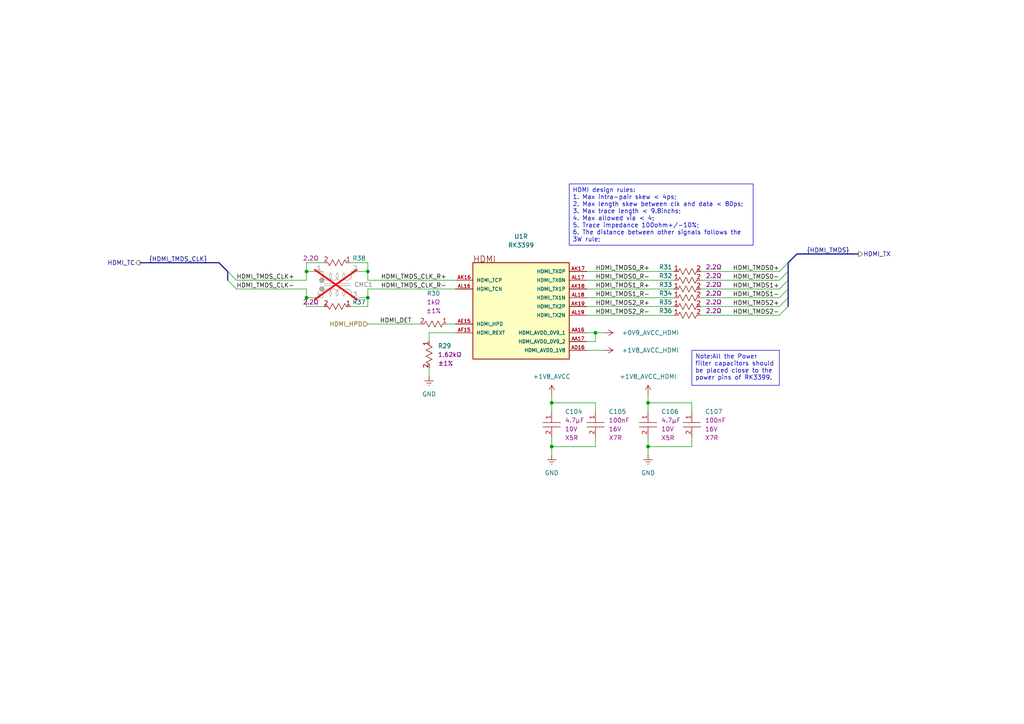
<source format=kicad_sch>
(kicad_sch (version 20250114) (generator "eeschema") (generator_version "9.0")
  (paper "A4")
  (title_block (title "CPU-RK3399 HDMI Controller") (date "2026-01-14") (rev "1.0.0") (company "TickLab") (comment 1 "Project: VESA-SBC3399"))
  (lib_symbols
    (symbol "component_library:Capacitors/CL05A475MP5NRNC"
      (property "Reference" "C" (at 1.27 -1.27 0))
      (property "Capacitance" "4.7µF" (at 0 0 0))
      (property "Voltage - Rated" "10V" (at 0 0 0))
      (property "Temperature Coefficient" "X5R" (at 0 0 0))
      (symbol "Capacitors/CL05A475MP5NRNC_1_1"
        (pin passive line (at 0 0 270) (length 3.175) (name "") (number "1"))
        (pin passive line (at 0 -7.62 90) (length 3.175) (name "") (number "2"))
      )
    )
    (symbol "component_library:Capacitors/CL05B104KO5NNNC"
      (property "Reference" "C" (at 1.27 -1.27 0))
      (property "Capacitance" "100nF" (at 0 0 0))
      (property "Voltage - Rated" "16V" (at 0 0 0))
      (property "Temperature Coefficient" "X7R" (at 0 0 0))
      (symbol "Capacitors/CL05B104KO5NNNC_1_1"
        (pin passive line (at 0 0 270) (length 3.175) (name "") (number "1"))
        (pin passive line (at 0 -7.62 90) (length 3.175) (name "") (number "2"))
      )
    )
    (symbol "component_library:Filters/DLW21SH900HQ2L" (pin_names (hide yes))
      (property "Reference" "CMC" (at 0 2.54 0))
      (symbol "Filters/DLW21SH900HQ2L_1_1"
        (pin passive line (at 0 0 0) (length 2.2225) (name "1") (number "1"))
        (pin passive line (at 0 -7.62 0) (length 2.2225) (name "4") (number "4"))
        (pin passive line (at 12.7 0 180) (length 2.2225) (name "2") (number "2"))
        (pin passive line (at 12.7 -7.62 180) (length 2.2225) (name "3") (number "3"))
      )
    )
    (symbol "component_library:Resistors/0402WGF1001TCE"
      (property "Reference" "R" (at 1.27 2.54 0))
      (property "Resistance" "1kΩ" (at 0 0 0))
      (property "Tolerance" "±1%" (at 0 0 0))
      (symbol "Resistors/0402WGF1001TCE_1_1"
        (pin passive line (at 0 0 0) (length 1.143) (name "") (number "1"))
        (pin passive line (at 7.62 0 180) (length 1.143) (name "") (number "2"))
      )
    )
    (symbol "component_library:Resistors/0402WGF1621TCE"
      (property "Reference" "R" (at 1.27 2.54 0))
      (property "Resistance" "1.62kΩ" (at 0 0 0))
      (property "Tolerance" "±1%" (at 0 0 0))
      (symbol "Resistors/0402WGF1621TCE_1_1"
        (pin passive line (at 0 0 0) (length 1.143) (name "") (number "1"))
        (pin passive line (at 7.62 0 180) (length 1.143) (name "") (number "2"))
      )
    )
    (symbol "component_library:Resistors/CQ02WGF220KTCE"
      (property "Reference" "R" (at 1.27 2.54 0))
      (property "Resistance" "2.2Ω" (at 0 0 0))
      (property "Tolerance" "±1%" (at 0 0 0))
      (symbol "Resistors/CQ02WGF220KTCE_1_1"
        (pin passive line (at 0 0 0) (length 1.143) (name "") (number "1"))
        (pin passive line (at 7.62 0 180) (length 1.143) (name "") (number "2"))
      )
    )
    (symbol "component_library:System On Chip (SoC)/RK3399" (pin_names (offset 1.016))
      (property "Reference" "U" (at -20.32 119.38 0))
      (property "Value" "RK3399" (at -15.9283 -124.354 0))
      (symbol "System On Chip (SoC)/RK3399_1_0"
        (text "Internal Logic Ground and Digital IO Ground" (at -30.48 116.84 0) (effects (font (size 1.7823 1.7823)) (justify left bottom)))
        (pin power_in line (at -20.32 114.3 0) (length 5.08) (name "VSS_1") (number "A1"))
        (pin power_in line (at -20.32 111.76 0) (length 5.08) (name "VSS_2") (number "A27"))
        (pin power_in line (at -20.32 109.22 0) (length 5.08) (name "VSS_3") (number "A31"))
        (pin power_in line (at -20.32 106.68 0) (length 5.08) (name "VSS_4") (number "AA3"))
        (pin power_in line (at -20.32 104.14 0) (length 5.08) (name "VSS_5") (number "AA5"))
        (pin power_in line (at -20.32 101.6 0) (length 5.08) (name "VSS_6") (number "AA9"))
        (pin power_in line (at -20.32 99.06 0) (length 5.08) (name "VSS_7") (number "AF18"))
        (pin power_in line (at -20.32 96.52 0) (length 5.08) (name "VSS_8") (number "Y3"))
        (pin power_in line (at -20.32 93.98 0) (length 5.08) (name "VSS_9") (number "AB9"))
        (pin power_in line (at -20.32 91.44 0) (length 5.08) (name "VSS_10") (number "AF20"))
        (pin power_in line (at -20.32 88.9 0) (length 5.08) (name "VSS_11") (number "AD22"))
        (pin power_in line (at -20.32 86.36 0) (length 5.08) (name "VSS_12") (number "AC22"))
        (pin power_in line (at -20.32 83.82 0) (length 5.08) (name "VSS_13") (number "AC20"))
        (pin power_in line (at -20.32 81.28 0) (length 5.08) (name "VSS_14") (number "AE23"))
        (pin power_in line (at -20.32 78.74 0) (length 5.08) (name "VSS_15") (number "Y10"))
        (pin power_in line (at -20.32 76.2 0) (length 5.08) (name "VSS_16") (number "AC3"))
        (pin power_in line (at -20.32 73.66 0) (length 5.08) (name "VSS_17") (number "AD3"))
        (pin power_in line (at -20.32 71.12 0) (length 5.08) (name "VSS_18") (number "AD5"))
        (pin power_in line (at -20.32 68.58 0) (length 5.08) (name "VSS_19") (number "AD10"))
        (pin power_in line (at -20.32 66.04 0) (length 5.08) (name "VSS_20") (number "AF9"))
        (pin power_in line (at -20.32 63.5 0) (length 5.08) (name "VSS_21") (number "AG2"))
        (pin power_in line (at -20.32 60.96 0) (length 5.08) (name "VSS_22") (number "AJ5"))
        (pin power_in line (at -20.32 58.42 0) (length 5.08) (name "VSS_23") (number "AL1"))
        (pin power_in line (at -20.32 55.88 0) (length 5.08) (name "VSS_24") (number "B5"))
        (pin power_in line (at -20.32 53.34 0) (length 5.08) (name "VSS_25") (number "C8"))
        (pin power_in line (at -20.32 50.8 0) (length 5.08) (name "VSS_26") (number "C9"))
        (pin power_in line (at -20.32 48.26 0) (length 5.08) (name "VSS_27") (number "C11"))
        (pin power_in line (at -20.32 45.72 0) (length 5.08) (name "VSS_28") (number "C12"))
        (pin power_in line (at -20.32 43.18 0) (length 5.08) (name "VSS_29") (number "C14"))
        (pin power_in line (at -20.32 40.64 0) (length 5.08) (name "VSS_30") (number "C15"))
        (pin power_in line (at -20.32 38.1 0) (length 5.08) (name "VSS_31") (number "C17"))
        (pin power_in line (at -20.32 35.56 0) (length 5.08) (name "VSS_32") (number "C18"))
        (pin power_in line (at -20.32 33.02 0) (length 5.08) (name "VSS_33") (number "C20"))
        (pin power_in line (at -20.32 30.48 0) (length 5.08) (name "VSS_34") (number "C21"))
        (pin power_in line (at -20.32 27.94 0) (length 5.08) (name "VSS_35") (number "C23"))
        (pin power_in line (at -20.32 25.4 0) (length 5.08) (name "VSS_36") (number "C24"))
        (pin power_in line (at -20.32 22.86 0) (length 5.08) (name "VSS_37") (number "C26"))
        (pin power_in line (at -20.32 20.32 0) (length 5.08) (name "VSS_38") (number "D5"))
        (pin power_in line (at -20.32 17.78 0) (length 5.08) (name "VSS_39") (number "E2"))
        (pin power_in line (at -20.32 15.24 0) (length 5.08) (name "VSS_40") (number "E4"))
        (pin power_in line (at -20.32 12.7 0) (length 5.08) (name "VSS_41") (number "E7"))
        (pin power_in line (at -20.32 10.16 0) (length 5.08) (name "VSS_42") (number "E12"))
        (pin power_in line (at -20.32 7.62 0) (length 5.08) (name "VSS_43") (number "E15"))
        (pin power_in line (at -20.32 5.08 0) (length 5.08) (name "VSS_44") (number "E18"))
        (pin power_in line (at -20.32 2.54 0) (length 5.08) (name "VSS_45") (number "E21"))
        (pin power_in line (at -20.32 0 0) (length 5.08) (name "VSS_46") (number "E24"))
        (pin power_in line (at -20.32 -2.54 0) (length 5.08) (name "VSS_47") (number "E31"))
        (pin power_in line (at -20.32 -5.08 0) (length 5.08) (name "VSS_48") (number "F8"))
        (pin power_in line (at -20.32 -7.62 0) (length 5.08) (name "VSS_49") (number "F15"))
        (pin power_in line (at -20.32 -10.16 0) (length 5.08) (name "VSS_50") (number "F18"))
        (pin power_in line (at -20.32 -12.7 0) (length 5.08) (name "VSS_51") (number "F20"))
        (pin power_in line (at -20.32 -15.24 0) (length 5.08) (name "VSS_52") (number "F21"))
        (pin power_in line (at -20.32 -17.78 0) (length 5.08) (name "VSS_53") (number "G5"))
        (pin power_in line (at -20.32 -20.32 0) (length 5.08) (name "VSS_54") (number "G9"))
        (pin power_in line (at -20.32 -22.86 0) (length 5.08) (name "VSS_55") (number "G18"))
        (pin power_in line (at -20.32 -25.4 0) (length 5.08) (name "VSS_56") (number "G27"))
        (pin power_in line (at -20.32 -27.94 0) (length 5.08) (name "VSS_57") (number "H3"))
        (pin power_in line (at -20.32 -30.48 0) (length 5.08) (name "VSS_58") (number "H9"))
        (pin power_in line (at -20.32 -33.02 0) (length 5.08) (name "VSS_59") (number "H10"))
        (pin power_in line (at -20.32 -35.56 0) (length 5.08) (name "VSS_60") (number "H11"))
        (pin power_in line (at -20.32 -38.1 0) (length 5.08) (name "VSS_61") (number "H12"))
        (pin power_in line (at -20.32 -40.64 0) (length 5.08) (name "VSS_62") (number "H13"))
        (pin power_in line (at -20.32 -43.18 0) (length 5.08) (name "VSS_63") (number "H15"))
        (pin power_in line (at -20.32 -45.72 0) (length 5.08) (name "VSS_64") (number "H16"))
        (pin power_in line (at -20.32 -48.26 0) (length 5.08) (name "VSS_65") (number "H17"))
        (pin power_in line (at -20.32 -50.8 0) (length 5.08) (name "VSS_66") (number "H18"))
        (pin power_in line (at -20.32 -53.34 0) (length 5.08) (name "VSS_67") (number "H26"))
        (pin power_in line (at -20.32 -55.88 0) (length 5.08) (name "VSS_68") (number "J3"))
        (pin power_in line (at -20.32 -58.42 0) (length 5.08) (name "VSS_69") (number "J6"))
        (pin power_in line (at -20.32 -60.96 0) (length 5.08) (name "VSS_70") (number "J7"))
        (pin power_in line (at -20.32 -63.5 0) (length 5.08) (name "VSS_71") (number "J8"))
        (pin power_in line (at -20.32 -66.04 0) (length 5.08) (name "VSS_72") (number "J9"))
        (pin power_in line (at -20.32 -68.58 0) (length 5.08) (name "VSS_73") (number "J10"))
        (pin power_in line (at -20.32 -71.12 0) (length 5.08) (name "VSS_74") (number "K8"))
        (pin power_in line (at -20.32 -73.66 0) (length 5.08) (name "VSS_75") (number "K9"))
        (pin power_in line (at -20.32 -76.2 0) (length 5.08) (name "VSS_76") (number "K10"))
        (pin power_in line (at -20.32 -78.74 0) (length 5.08) (name "VSS_77") (number "K12"))
        (pin power_in line (at -20.32 -81.28 0) (length 5.08) (name "VSS_78") (number "K14"))
        (pin power_in line (at -20.32 -83.82 0) (length 5.08) (name "VSS_79") (number "K16"))
        (pin power_in line (at -20.32 -86.36 0) (length 5.08) (name "VSS_80") (number "K18"))
        (pin power_in line (at -20.32 -88.9 0) (length 5.08) (name "VSS_81") (number "W21"))
        (pin power_in line (at -20.32 -91.44 0) (length 5.08) (name "VSS_82") (number "K20"))
        (pin power_in line (at -20.32 -93.98 0) (length 5.08) (name "VSS_83") (number "N19"))
        (pin power_in line (at -20.32 -96.52 0) (length 5.08) (name "VSS_84") (number "K22"))
        (pin power_in line (at -20.32 -99.06 0) (length 5.08) (name "VSS_85") (number "L3"))
        (pin power_in line (at -20.32 -101.6 0) (length 5.08) (name "VSS_86") (number "L6"))
        (pin power_in line (at -20.32 -104.14 0) (length 5.08) (name "VSS_87") (number "L8"))
        (pin power_in line (at -20.32 -106.68 0) (length 5.08) (name "VSS_88") (number "L11"))
        (pin power_in line (at -20.32 -109.22 0) (length 5.08) (name "VSS_89") (number "L12"))
        (pin power_in line (at -20.32 -111.76 0) (length 5.08) (name "VSS_90") (number "L13"))
        (pin power_in line (at 20.32 114.3 180) (length 5.08) (name "VSS_91") (number "L14"))
        (pin power_in line (at 20.32 111.76 180) (length 5.08) (name "VSS_92") (number "L15"))
        (pin power_in line (at 20.32 109.22 180) (length 5.08) (name "VSS_93") (number "L16"))
        (pin power_in line (at 20.32 106.68 180) (length 5.08) (name "VSS_94") (number "N17"))
        (pin power_in line (at 20.32 104.14 180) (length 5.08) (name "VSS_95") (number "Y17"))
        (pin power_in line (at 20.32 101.6 180) (length 5.08) (name "VSS_96") (number "L20"))
        (pin power_in line (at 20.32 99.06 180) (length 5.08) (name "VSS_97") (number "L22"))
        (pin power_in line (at 20.32 96.52 180) (length 5.08) (name "VSS_98") (number "N21"))
        (pin power_in line (at 20.32 93.98 180) (length 5.08) (name "VSS_99") (number "L27"))
        (pin power_in line (at 20.32 91.44 180) (length 5.08) (name "VSS_100") (number "M3"))
        (pin power_in line (at 20.32 88.9 180) (length 5.08) (name "VSS_101") (number "M8"))
        (pin power_in line (at 20.32 86.36 180) (length 5.08) (name "VSS_102") (number "M10"))
        (pin power_in line (at 20.32 83.82 180) (length 5.08) (name "VSS_103") (number "M16"))
        (pin power_in line (at 20.32 81.28 180) (length 5.08) (name "VSS_104") (number "M23"))
        (pin power_in line (at 20.32 78.74 180) (length 5.08) (name "VSS_105") (number "N8"))
        (pin power_in line (at 20.32 76.2 180) (length 5.08) (name "VSS_106") (number "P11"))
        (pin power_in line (at 20.32 73.66 180) (length 5.08) (name "VSS_107") (number "P12"))
        (pin power_in line (at 20.32 71.12 180) (length 5.08) (name "VSS_108") (number "N13"))
        (pin power_in line (at 20.32 68.58 180) (length 5.08) (name "VSS_109") (number "N14"))
        (pin power_in line (at 20.32 66.04 180) (length 5.08) (name "VSS_110") (number "N15"))
        (pin power_in line (at 20.32 63.5 180) (length 5.08) (name "VSS_111") (number "N16"))
        (pin power_in line (at 20.32 60.96 180) (length 5.08) (name "VSS_112") (number "P3"))
        (pin power_in line (at 20.32 58.42 180) (length 5.08) (name "VSS_113") (number "P6"))
        (pin power_in line (at 20.32 55.88 180) (length 5.08) (name "VSS_114") (number "P7"))
        (pin power_in line (at 20.32 53.34 180) (length 5.08) (name "VSS_115") (number "P8"))
        (pin power_in line (at 20.32 50.8 180) (length 5.08) (name "VSS_116") (number "P10"))
        (pin power_in line (at 20.32 48.26 180) (length 5.08) (name "VSS_117") (number "P16"))
        (pin power_in line (at 20.32 45.72 180) (length 5.08) (name "VSS_118") (number "Y16"))
        (pin power_in line (at 20.32 43.18 180) (length 5.08) (name "VSS_119") (number "P19"))
        (pin power_in line (at 20.32 40.64 180) (length 5.08) (name "VSS_120") (number "R21"))
        (pin power_in line (at 20.32 38.1 180) (length 5.08) (name "VSS_121") (number "P21"))
        (pin power_in line (at 20.32 35.56 180) (length 5.08) (name "VSS_122") (number "T19"))
        (pin power_in line (at 20.32 33.02 180) (length 5.08) (name "VSS_123") (number "R3"))
        (pin power_in line (at 20.32 30.48 180) (length 5.08) (name "VSS_124") (number "R5"))
        (pin power_in line (at 20.32 27.94 180) (length 5.08) (name "VSS_125") (number "R6"))
        (pin power_in line (at 20.32 25.4 180) (length 5.08) (name "VSS_126") (number "U11"))
        (pin power_in line (at 20.32 22.86 180) (length 5.08) (name "VSS_127") (number "U12"))
        (pin power_in line (at 20.32 20.32 180) (length 5.08) (name "VSS_128") (number "W13"))
        (pin power_in line (at 20.32 17.78 180) (length 5.08) (name "VSS_129") (number "R14"))
        (pin power_in line (at 20.32 15.24 180) (length 5.08) (name "VSS_130") (number "R15"))
        (pin power_in line (at 20.32 12.7 180) (length 5.08) (name "VSS_131") (number "R16"))
        (pin power_in line (at 20.32 10.16 180) (length 5.08) (name "VSS_132") (number "AC21"))
        (pin power_in line (at 20.32 7.62 180) (length 5.08) (name "VSS_133") (number "R23"))
        (pin power_in line (at 20.32 5.08 180) (length 5.08) (name "VSS_134") (number "T8"))
        (pin power_in line (at 20.32 2.54 180) (length 5.08) (name "VSS_135") (number "T10"))
        (pin power_in line (at 20.32 0 180) (length 5.08) (name "VSS_136") (number "Y12"))
        (pin power_in line (at 20.32 -2.54 180) (length 5.08) (name "VSS_137") (number "U14"))
        (pin power_in line (at 20.32 -5.08 180) (length 5.08) (name "VSS_138") (number "T16"))
        (pin power_in line (at 20.32 -7.62 180) (length 5.08) (name "VSS_139") (number "T21"))
        (pin power_in line (at 20.32 -10.16 180) (length 5.08) (name "VSS_140") (number "AB19"))
        (pin power_in line (at 20.32 -12.7 180) (length 5.08) (name "VSS_141") (number "U3"))
        (pin power_in line (at 20.32 -15.24 180) (length 5.08) (name "VSS_142") (number "U8"))
        (pin power_in line (at 20.32 -17.78 180) (length 5.08) (name "VSS_143") (number "U15"))
        (pin power_in line (at 20.32 -20.32 180) (length 5.08) (name "VSS_144") (number "U16"))
        (pin power_in line (at 20.32 -22.86 180) (length 5.08) (name "VSS_145") (number "AC18"))
        (pin power_in line (at 20.32 -25.4 180) (length 5.08) (name "VSS_146") (number "U19"))
        (pin power_in line (at 20.32 -27.94 180) (length 5.08) (name "VSS_147") (number "U21"))
        (pin power_in line (at 20.32 -30.48 180) (length 5.08) (name "VSS_148") (number "V17"))
        (pin power_in line (at 20.32 -33.02 180) (length 5.08) (name "VSS_149") (number "U22"))
        (pin power_in line (at 20.32 -35.56 180) (length 5.08) (name "VSS_150") (number "U29"))
        (pin power_in line (at 20.32 -38.1 180) (length 5.08) (name "VSS_151") (number "V3"))
        (pin power_in line (at 20.32 -40.64 180) (length 5.08) (name "VSS_152") (number "V5"))
        (pin power_in line (at 20.32 -43.18 180) (length 5.08) (name "VSS_153") (number "V8"))
        (pin power_in line (at 20.32 -45.72 180) (length 5.08) (name "VSS_154") (number "V10"))
        (pin power_in line (at 20.32 -48.26 180) (length 5.08) (name "VSS_155") (number "Y11"))
        (pin power_in line (at 20.32 -50.8 180) (length 5.08) (name "VSS_156") (number "Y14"))
        (pin power_in line (at 20.32 -53.34 180) (length 5.08) (name "VSS_157") (number "Y15"))
        (pin power_in line (at 20.32 -55.88 180) (length 5.08) (name "VSS_158") (number "W22"))
        (pin power_in line (at 20.32 -58.42 180) (length 5.08) (name "VSS_159") (number "W17"))
        (pin power_in line (at 20.32 -60.96 180) (length 5.08) (name "VSS_160") (number "W30"))
        (pin power_in line (at 20.32 -63.5 180) (length 5.08) (name "VSS_161") (number "W8"))
        (pin power_in line (at 20.32 -66.04 180) (length 5.08) (name "VSS_162") (number "W9"))
        (pin power_in line (at 20.32 -68.58 180) (length 5.08) (name "VSS_163") (number "AD21"))
        (pin power_in line (at 20.32 -71.12 180) (length 5.08) (name "VSS_164") (number "Y13"))
        (pin power_in line (at 20.32 -73.66 180) (length 5.08) (name "VSS_165") (number "R18"))
        (pin power_in line (at 20.32 -76.2 180) (length 5.08) (name "VSS_166") (number "Y9"))
        (pin power_in line (at 20.32 -78.74 180) (length 5.08) (name "VSS_167") (number "W19"))
        (pin power_in line (at 20.32 -81.28 180) (length 5.08) (name "VSS_168") (number "T18"))
        (pin power_in line (at 20.32 -83.82 180) (length 5.08) (name "VSS_169") (number "W18"))
        (pin power_in line (at 20.32 -86.36 180) (length 5.08) (name "VSS_170") (number "Y20"))
        (pin power_in line (at 20.32 -88.9 180) (length 5.08) (name "VSS_171") (number "AJ28"))
        (pin power_in line (at 20.32 -91.44 180) (length 5.08) (name "VSS_172") (number "AJ21"))
        (pin power_in line (at 20.32 -93.98 180) (length 5.08) (name "VSS_173") (number "AJ23"))
        (pin power_in line (at 20.32 -96.52 180) (length 5.08) (name "VSS_174") (number "AJ24"))
        (pin power_in line (at 20.32 -99.06 180) (length 5.08) (name "VSS_175") (number "AJ26"))
        (pin power_in line (at 20.32 -101.6 180) (length 5.08) (name "VSS_176") (number "AJ27"))
        (pin power_in line (at 20.32 -104.14 180) (length 5.08) (name "VSS_177") (number "AA13"))
        (pin power_in line (at 20.32 -106.68 180) (length 5.08) (name "VSS_178") (number "AL31"))
        (pin power_in line (at 20.32 -109.22 180) (length 5.08) (name "VSS_179") (number "AA10"))
        (pin power_in line (at 20.32 -111.76 180) (length 5.08) (name "VSS_180") (number "AJ20"))
      )
      (symbol "System On Chip (SoC)/RK3399_2_0"
        (text "Analog Ground" (at -15.3236 48.4013 0) (effects (font (size 1.784 1.784)) (justify left bottom)))
        (pin power_in line (at -20.32 43.18 0) (length 5.08) (name "AVSS_1") (number "Y23"))
        (pin power_in line (at -20.32 40.64 0) (length 5.08) (name "AVSS_2") (number "AF23"))
        (pin power_in line (at -20.32 38.1 0) (length 5.08) (name "AVSS_3") (number "AF24"))
        (pin power_in line (at -20.32 35.56 0) (length 5.08) (name "AVSS_4") (number "AA23"))
        (pin power_in line (at -20.32 33.02 0) (length 5.08) (name "AVSS_5") (number "AB23"))
        (pin power_in line (at -20.32 30.48 0) (length 5.08) (name "AVSS_6") (number "AA26"))
        (pin power_in line (at -20.32 27.94 0) (length 5.08) (name "AVSS_7") (number "AA29"))
        (pin power_in line (at -20.32 25.4 0) (length 5.08) (name "AVSS_8") (number "AB11"))
        (pin power_in line (at -20.32 22.86 0) (length 5.08) (name "AVSS_9") (number "AB13"))
        (pin power_in line (at -20.32 20.32 0) (length 5.08) (name "AVSS_10") (number "AC15"))
        (pin power_in line (at -20.32 17.78 0) (length 5.08) (name "AVSS_11") (number "AD13"))
        (pin power_in line (at -20.32 15.24 0) (length 5.08) (name "AVSS_12") (number "AB10"))
        (pin power_in line (at -20.32 12.7 0) (length 5.08) (name "AVSS_13") (number "AA11"))
        (pin power_in line (at -20.32 10.16 0) (length 5.08) (name "AVSS_14") (number "AC26"))
        (pin power_in line (at -20.32 7.62 0) (length 5.08) (name "AVSS_15") (number "AC29"))
        (pin power_in line (at -20.32 5.08 0) (length 5.08) (name "AVSS_16") (number "AD17"))
        (pin power_in line (at -20.32 2.54 0) (length 5.08) (name "AVSS_17") (number "AA12"))
        (pin power_in line (at -20.32 0 0) (length 5.08) (name "AVSS_18") (number "AC16"))
        (pin power_in line (at -20.32 -2.54 0) (length 5.08) (name "AVSS_19") (number "AC23"))
        (pin power_in line (at -20.32 -5.08 0) (length 5.08) (name "AVSS_20") (number "AD29"))
        (pin power_in line (at -20.32 -7.62 0) (length 5.08) (name "AVSS_21") (number "AE11"))
        (pin power_in line (at -20.32 -10.16 0) (length 5.08) (name "AVSS_22") (number "AE12"))
        (pin power_in line (at -20.32 -12.7 0) (length 5.08) (name "AVSS_23") (number "AE14"))
        (pin power_in line (at -20.32 -15.24 0) (length 5.08) (name "AVSS_24") (number "AE17"))
        (pin power_in line (at -20.32 -17.78 0) (length 5.08) (name "AVSS_25") (number "AE27"))
        (pin power_in line (at -20.32 -20.32 0) (length 5.08) (name "AVSS_26") (number "AA14"))
        (pin power_in line (at -20.32 -22.86 0) (length 5.08) (name "AVSS_27") (number "AF17"))
        (pin power_in line (at -20.32 -25.4 0) (length 5.08) (name "AVSS_28") (number "AF29"))
        (pin power_in line (at -20.32 -27.94 0) (length 5.08) (name "AVSS_29") (number "AG29"))
        (pin power_in line (at -20.32 -30.48 0) (length 5.08) (name "AVSS_30") (number "AH29"))
        (pin power_in line (at -20.32 -33.02 0) (length 5.08) (name "AVSS_31") (number "AJ6"))
        (pin power_in line (at -20.32 -35.56 0) (length 5.08) (name "AVSS_32") (number "AJ8"))
        (pin power_in line (at -20.32 -38.1 0) (length 5.08) (name "AVSS_33") (number "AJ9"))
        (pin power_in line (at -20.32 -40.64 0) (length 5.08) (name "AVSS_34") (number "AJ11"))
        (pin power_in line (at -20.32 -43.18 0) (length 5.08) (name "AVSS_35") (number "AJ12"))
        (pin power_in line (at 20.32 43.18 180) (length 5.08) (name "AVSS_36") (number "AJ14"))
        (pin power_in line (at 20.32 40.64 180) (length 5.08) (name "AVSS_37") (number "AJ15"))
        (pin power_in line (at 20.32 38.1 180) (length 5.08) (name "AVSS_38") (number "AJ17"))
        (pin power_in line (at 20.32 35.56 180) (length 5.08) (name "AVSS_39") (number "AJ18"))
        (pin power_in line (at 20.32 33.02 180) (length 5.08) (name "AVSS_40") (number "AD26"))
        (pin power_in line (at 20.32 30.48 180) (length 5.08) (name "AVSS_41") (number "AB16"))
        (pin power_in line (at 20.32 27.94 180) (length 5.08) (name "AVSS_42") (number "AB15"))
        (pin power_in line (at 20.32 25.4 180) (length 5.08) (name "AVSS_43") (number "AC17"))
        (pin power_in line (at 20.32 22.86 180) (length 5.08) (name "AVSS_44") (number "AC11"))
        (pin power_in line (at 20.32 20.32 180) (length 5.08) (name "AVSS_45") (number "AC13"))
        (pin power_in line (at 20.32 17.78 180) (length 5.08) (name "AVSS_46") (number "W23"))
        (pin power_in line (at 20.32 15.24 180) (length 5.08) (name "AVSS_47") (number "AJ29"))
        (pin power_in line (at 20.32 12.7 180) (length 5.08) (name "AVSS_48") (number "Y29"))
        (pin power_in line (at 20.32 10.16 180) (length 5.08) (name "AVSS_49") (number "U23"))
        (pin power_in line (at 20.32 7.62 180) (length 5.08) (name "AVSS_50") (number "V23"))
        (pin power_in line (at 20.32 5.08 180) (length 5.08) (name "AVSS_51") (number "AC25"))
        (pin power_in line (at 20.32 2.54 180) (length 5.08) (name "AVSS_52") (number "AB17"))
        (pin power_in line (at 20.32 0 180) (length 5.08) (name "AVSS_53") (number "AA15"))
        (pin power_in line (at 20.32 -7.62 180) (length 5.08) (name "EDP_AVSS_1") (number "B31"))
        (pin power_in line (at 20.32 -10.16 180) (length 5.08) (name "EDP_AVSS_2") (number "C28"))
        (pin power_in line (at 20.32 -12.7 180) (length 5.08) (name "EDP_AVSS_3") (number "C29"))
        (pin power_in line (at 20.32 -15.24 180) (length 5.08) (name "EDP_AVSS_4") (number "D29"))
        (pin power_in line (at 20.32 -17.78 180) (length 5.08) (name "EDP_AVSS_5") (number "H19"))
        (pin power_in line (at 20.32 -20.32 180) (length 5.08) (name "EDP_AVSS_6") (number "J21"))
        (pin power_in line (at 20.32 -30.48 180) (length 5.08) (name "PLL_AVSS") (number "P17"))
      )
      (symbol "System On Chip (SoC)/RK3399_3_0"
        (text "Internal Center Logic Power" (at -17.78 7.62 0) (effects (font (size 1.7808 1.7808)) (justify left bottom)))
        (pin power_in line (at -25.4 5.08 0) (length 5.08) (name "CENTERLOGIC_VDD_1") (number "M11"))
        (pin power_in line (at -25.4 2.54 0) (length 5.08) (name "CENTERLOGIC_VDD_2") (number "M12"))
        (pin power_in line (at -25.4 0 0) (length 5.08) (name "CENTERLOGIC_VDD_3") (number "M13"))
        (pin power_in line (at -25.4 -2.54 0) (length 5.08) (name "CENTERLOGIC_VDD_4") (number "M14"))
        (pin power_in line (at -25.4 -5.08 0) (length 5.08) (name "CENTERLOGIC_VDD_5") (number "M15"))
        (pin power_in line (at 25.4 5.08 180) (length 5.08) (name "CENTERLOGIC_VDD_6") (number "N11"))
        (pin power_in line (at 25.4 2.54 180) (length 5.08) (name "CENTERLOGIC_VDD_7") (number "N12"))
        (pin power_in line (at 25.4 0 180) (length 5.08) (name "CENTERLOGIC_VDD_8") (number "P13"))
        (pin power_in line (at 25.4 -2.54 180) (length 5.08) (name "CENTERLOGIC_VDD_9") (number "P14"))
        (pin power_in line (at 25.4 -5.08 180) (length 5.08) (name "CENTERLOGIC_VDD_10") (number "P15"))
      )
      (symbol "System On Chip (SoC)/RK3399_4_0"
        (text "Internal GPU Power" (at -15.3324 15.3417 0) (effects (font (size 1.7843 1.7843)) (justify left bottom)))
        (pin power_in line (at -20.32 12.7 0) (length 5.08) (name "GPU_VDD_1") (number "W11"))
        (pin power_in line (at -20.32 10.16 0) (length 5.08) (name "GPU_VDD_2") (number "W12"))
        (pin power_in line (at -20.32 7.62 0) (length 5.08) (name "GPU_VDD_3") (number "W14"))
        (pin power_in line (at -20.32 5.08 0) (length 5.08) (name "GPU_VDD_4") (number "V15"))
        (pin power_in line (at -20.32 2.54 0) (length 5.08) (name "GPU_VDD_5") (number "V14"))
        (pin power_in line (at -20.32 0 0) (length 5.08) (name "GPU_VDD_6") (number "V13"))
        (pin power_in line (at -20.32 -2.54 0) (length 5.08) (name "GPU_VDD_7") (number "U13"))
        (pin power_in line (at -20.32 -5.08 0) (length 5.08) (name "GPU_VDD_8") (number "R11"))
        (pin power_in line (at -20.32 -7.62 0) (length 5.08) (name "GPU_VDD_9") (number "R12"))
        (pin power_in line (at -20.32 -10.16 0) (length 5.08) (name "GPU_VDD_10") (number "T11"))
        (pin power_in line (at 20.32 12.7 180) (length 5.08) (name "GPU_VDD_11") (number "T12"))
        (pin power_in line (at 20.32 10.16 180) (length 5.08) (name "GPU_VDD_12") (number "T13"))
        (pin power_in line (at 20.32 7.62 180) (length 5.08) (name "GPU_VDD_13") (number "R13"))
        (pin power_in line (at 20.32 5.08 180) (length 5.08) (name "GPU_VDD_14") (number "T14"))
        (pin power_in line (at 20.32 2.54 180) (length 5.08) (name "GPU_VDD_15") (number "V11"))
        (pin power_in line (at 20.32 0 180) (length 5.08) (name "GPU_VDD_16") (number "V12"))
        (pin power_in line (at 20.32 -2.54 180) (length 5.08) (name "GPU_VDD_17") (number "V16"))
        (pin power_in line (at 20.32 -5.08 180) (length 5.08) (name "GPU_VDD_18") (number "W16"))
        (pin power_in line (at 20.32 -7.62 180) (length 5.08) (name "GPU_VDD_19") (number "W15"))
        (pin power_in line (at 20.32 -10.16 180) (length 5.08) (name "GPU_VDD_20") (number "W10"))
        (pin power_out line (at 20.32 -12.7 180) (length 5.08) (name "GPU_VDD_COM") (number "T15"))
      )
      (symbol "System On Chip (SoC)/RK3399_5_0"
        (text "Internal BIG CPU A72 Power" (at -17.78 10.16 0) (effects (font (size 1.7837 1.7837)) (justify left bottom)))
        (pin power_in line (at -20.32 7.62 0) (length 5.08) (name "BIGCPU_VDD_1") (number "L19"))
        (pin power_in line (at -20.32 5.08 0) (length 5.08) (name "BIGCPU_VDD_2") (number "L21"))
        (pin power_in line (at -20.32 2.54 0) (length 5.08) (name "BIGCPU_VDD_3") (number "M18"))
        (pin power_in line (at -20.32 0 0) (length 5.08) (name "BIGCPU_VDD_4") (number "M19"))
        (pin power_in line (at -20.32 -2.54 0) (length 5.08) (name "BIGCPU_VDD_5") (number "M20"))
        (pin power_in line (at -20.32 -5.08 0) (length 5.08) (name "BIGCPU_VDD_6") (number "M21"))
        (pin power_in line (at -20.32 -7.62 0) (length 5.08) (name "BIGCPU_VDD_7") (number "M22"))
        (pin power_in line (at 20.32 7.62 180) (length 5.08) (name "BIGCPU_VDD_8") (number "L18"))
        (pin power_in line (at 20.32 5.08 180) (length 5.08) (name "BIGCPU_VDD_9") (number "N22"))
        (pin power_in line (at 20.32 2.54 180) (length 5.08) (name "BIGCPU_VDD_10") (number "N20"))
        (pin power_in line (at 20.32 0 180) (length 5.08) (name "BIGCPU_VDD_11") (number "L23"))
        (pin power_in line (at 20.32 -2.54 180) (length 5.08) (name "BIGCPU_VDD_12") (number "K19"))
        (pin power_in line (at 20.32 -5.08 180) (length 5.08) (name "BIGCPU_VDD_13") (number "K21"))
        (pin power_out line (at 20.32 -7.62 180) (length 5.08) (name "BIGCPU_VDD_COM") (number "N18"))
      )
      (symbol "System On Chip (SoC)/RK3399_6_0"
        (text "Internal Logic Power" (at -15.24 10.16 0) (effects (font (size 1.7838 1.7838)) (justify left bottom)))
        (pin power_in line (at -20.32 7.62 0) (length 5.08) (name "LOGIC_VDD_1") (number "V22"))
        (pin power_in line (at -20.32 5.08 0) (length 5.08) (name "LOGIC_VDD_2") (number "V21"))
        (pin power_in line (at -20.32 2.54 0) (length 5.08) (name "LOGIC_VDD_3") (number "V20"))
        (pin power_in line (at -20.32 0 0) (length 5.08) (name "LOGIC_VDD_4") (number "V19"))
        (pin power_in line (at -20.32 -2.54 0) (length 5.08) (name "LOGIC_VDD_5") (number "V18"))
        (pin power_in line (at -20.32 -5.08 0) (length 5.08) (name "LOGIC_VDD_6") (number "W20"))
        (pin power_in line (at 20.32 7.62 180) (length 5.08) (name "LOGIC_VDD_7") (number "U18"))
        (pin power_in line (at 20.32 5.08 180) (length 5.08) (name "LOGIC_VDD_8") (number "U17"))
        (pin power_in line (at 20.32 2.54 180) (length 5.08) (name "LOGIC_VDD_9") (number "M17"))
        (pin power_in line (at 20.32 0 180) (length 5.08) (name "LOGIC_VDD_10") (number "L17"))
        (pin power_in line (at 20.32 -2.54 180) (length 5.08) (name "LOGIC_VDD_11") (number "T17"))
        (pin power_in line (at 20.32 -5.08 180) (length 5.08) (name "LOGIC_VDD_12") (number "U20"))
      )
      (symbol "System On Chip (SoC)/RK3399_7_0"
        (text "Internal LITTLE CPU A53 Power" (at -20.4095 5.1351 0) (effects (font (size 1.7835 1.7835)) (justify left bottom)))
        (pin power_in line (at -20.32 2.54 0) (length 5.08) (name "LITCPU_VDD_1") (number "P20"))
        (pin power_in line (at -20.32 0 0) (length 5.08) (name "LITCPU_VDD_2") (number "R19"))
        (pin power_in line (at -20.32 -2.54 0) (length 5.08) (name "LITCPU_VDD_3") (number "R20"))
        (pin power_in line (at -20.32 -5.08 0) (length 5.08) (name "LITCPU_VDD_4") (number "P22"))
        (pin power_in line (at 20.32 2.54 180) (length 5.08) (name "LITCPU_VDD_5") (number "T22"))
        (pin power_in line (at 20.32 0 180) (length 5.08) (name "LITCPU_VDD_6") (number "T20"))
        (pin power_in line (at 20.32 -2.54 180) (length 5.08) (name "LITCPU_VDD_7") (number "R22"))
      )
      (symbol "System On Chip (SoC)/RK3399_8_0"
        (text "PCIe differential data I/O signals" (at -20.4082 22.9382 0) (effects (font (size 1.7834 1.7834)) (justify left bottom)))
        (pin input line (at -25.4 20.32 0) (length 5.08) (name "PCIE_RX0_P") (number "AF30"))
        (pin input line (at -25.4 17.78 0) (length 5.08) (name "PCIE_RX0_N") (number "AF31"))
        (pin input line (at -25.4 12.7 0) (length 5.08) (name "PCIE_RX1_P") (number "AH30"))
        (pin input line (at -25.4 10.16 0) (length 5.08) (name "PCIE_RX1_N") (number "AH31"))
        (pin input line (at -25.4 5.08 0) (length 5.08) (name "PCIE_RX2_P") (number "AC27"))
        (pin input line (at -25.4 2.54 0) (length 5.08) (name "PCIE_RX2_N") (number "AC28"))
        (pin input line (at -25.4 -2.54 0) (length 5.08) (name "PCIE_RX3_P") (number "AF27"))
        (pin input line (at -25.4 -5.08 0) (length 5.08) (name "PCIE_RX3_N") (number "AF28"))
        (pin input clock (at -25.4 -10.16 0) (length 5.08) (name "GPIO4_D0/PCIE_CLKREQNB") (number "AE6"))
        (pin power_in line (at 25.4 20.32 180) (length 5.08) (name "PCIE_AVDD_0V9") (number "W24"))
        (pin power_in line (at 25.4 17.78 180) (length 5.08) (name "PCIE_AVDD_1V8") (number "Y24"))
        (pin output line (at 25.4 12.7 180) (length 5.08) (name "PCIE_TX0_P") (number "AE30"))
        (pin output line (at 25.4 10.16 180) (length 5.08) (name "PCIE_TX0_N") (number "AE31"))
        (pin output line (at 25.4 5.08 180) (length 5.08) (name "PCIE_TX1_P") (number "AG30"))
        (pin output line (at 25.4 2.54 180) (length 5.08) (name "PCIE_TX1_N") (number "AG31"))
        (pin output line (at 25.4 -2.54 180) (length 5.08) (name "PCIE_TX2_P") (number "AA27"))
        (pin output line (at 25.4 -5.08 180) (length 5.08) (name "PCIE_TX2_N") (number "AA28"))
        (pin output line (at 25.4 -10.16 180) (length 5.08) (name "PCIE_TX3_P") (number "AD27"))
        (pin output line (at 25.4 -12.7 180) (length 5.08) (name "PCIE_TX3_N") (number "AD28"))
        (pin output line (at 25.4 -17.78 180) (length 5.08) (name "PCIE_RCLK_100M_N") (number "AD30"))
        (pin output line (at 25.4 -20.32 180) (length 5.08) (name "PCIE_RCLK_100M_P") (number "AD31"))
      )
      (symbol "System On Chip (SoC)/RK3399_9_0"
        (text "DDRC0" (at -20.4006 73.8062 0) (effects (font (size 1.7827 1.7827)) (justify left bottom)))
        (pin bidirectional line (at -25.4 71.12 0) (length 5.08) (name "DDR0_DQ0") (number "AB2"))
        (pin bidirectional line (at -25.4 68.58 0) (length 5.08) (name "DDR0_DQ1") (number "AB1"))
        (pin bidirectional line (at -25.4 66.04 0) (length 5.08) (name "DDR0_DQ2") (number "AA2"))
        (pin bidirectional line (at -25.4 63.5 0) (length 5.08) (name "DDR0_DQ3") (number "AA1"))
        (pin bidirectional line (at -25.4 60.96 0) (length 5.08) (name "DDR0_DQ4") (number "Y2"))
        (pin bidirectional line (at -25.4 58.42 0) (length 5.08) (name "DDR0_DQ5") (number "Y1"))
        (pin bidirectional line (at -25.4 55.88 0) (length 5.08) (name "DDR0_DQ6") (number "W1"))
        (pin bidirectional line (at -25.4 53.34 0) (length 5.08) (name "DDR0_DQ7") (number "W2"))
        (pin bidirectional line (at -25.4 50.8 0) (length 5.08) (name "DDR0_DQ8") (number "AF2"))
        (pin bidirectional line (at -25.4 48.26 0) (length 5.08) (name "DDR0_DQ9") (number "AE2"))
        (pin bidirectional line (at -25.4 45.72 0) (length 5.08) (name "DDR0_DQ10") (number "AF1"))
        (pin bidirectional line (at -25.4 43.18 0) (length 5.08) (name "DDR0_DQ11") (number "AD2"))
        (pin bidirectional line (at -25.4 40.64 0) (length 5.08) (name "DDR0_DQ12") (number "AE1"))
        (pin bidirectional line (at -25.4 38.1 0) (length 5.08) (name "DDR0_DQ13") (number "AD1"))
        (pin bidirectional line (at -25.4 35.56 0) (length 5.08) (name "DDR0_DQ14") (number "AC1"))
        (pin bidirectional line (at -25.4 33.02 0) (length 5.08) (name "DDR0_DQ15") (number "AC2"))
        (pin bidirectional line (at -25.4 30.48 0) (length 5.08) (name "DDR0_DQ16") (number "V1"))
        (pin bidirectional line (at -25.4 27.94 0) (length 5.08) (name "DDR0_DQ17") (number "V2"))
        (pin bidirectional line (at -25.4 25.4 0) (length 5.08) (name "DDR0_DQ18") (number "U1"))
        (pin bidirectional line (at -25.4 22.86 0) (length 5.08) (name "DDR0_DQ19") (number "U2"))
        (pin bidirectional line (at -25.4 20.32 0) (length 5.08) (name "DDR0_DQ20") (number "T1"))
        (pin bidirectional line (at -25.4 17.78 0) (length 5.08) (name "DDR0_DQ21") (number "T2"))
        (pin bidirectional line (at -25.4 15.24 0) (length 5.08) (name "DDR0_DQ22") (number "R2"))
        (pin bidirectional line (at -25.4 12.7 0) (length 5.08) (name "DDR0_DQ23") (number "R1"))
        (pin bidirectional line (at -25.4 10.16 0) (length 5.08) (name "DDR0_DQ24") (number "P1"))
        (pin bidirectional line (at -25.4 7.62 0) (length 5.08) (name "DDR0_DQ25") (number "P2"))
        (pin bidirectional line (at -25.4 5.08 0) (length 5.08) (name "DDR0_DQ26") (number "N1"))
        (pin bidirectional line (at -25.4 2.54 0) (length 5.08) (name "DDR0_DQ27") (number "M1"))
        (pin bidirectional line (at -25.4 0 0) (length 5.08) (name "DDR0_DQ28") (number "N2"))
        (pin bidirectional line (at -25.4 -2.54 0) (length 5.08) (name "DDR0_DQ29") (number "L1"))
        (pin bidirectional line (at -25.4 -5.08 0) (length 5.08) (name "DDR0_DQ30") (number "M2"))
        (pin bidirectional line (at -25.4 -7.62 0) (length 5.08) (name "DDR0_DQ31") (number "L2"))
        (pin bidirectional line (at -25.4 -15.24 0) (length 5.08) (name "DDR0_DQS0P") (number "Y4"))
        (pin bidirectional line (at -25.4 -17.78 0) (length 5.08) (name "DDR0_DQS0N") (number "AA4"))
        (pin bidirectional line (at -25.4 -20.32 0) (length 5.08) (name "DDR0_DQS1P") (number "AC4"))
        (pin bidirectional line (at -25.4 -22.86 0) (length 5.08) (name "DDR0_DQS1N") (number "AD4"))
        (pin bidirectional line (at -25.4 -25.4 0) (length 5.08) (name "DDR0_DQS2P") (number "U4"))
        (pin bidirectional line (at -25.4 -27.94 0) (length 5.08) (name "DDR0_DQS2N") (number "V4"))
        (pin bidirectional line (at -25.4 -30.48 0) (length 5.08) (name "DDR0_DQS3P") (number "P4"))
        (pin bidirectional line (at -25.4 -33.02 0) (length 5.08) (name "DDR0_DQS3N") (number "R4"))
        (pin bidirectional line (at -25.4 -38.1 0) (length 5.08) (name "DDR0_PZQ") (number "R7"))
        (pin power_in line (at -25.4 -58.42 0) (length 5.08) (name "DDR0PLL_AVDD_0V9") (number "R8"))
        (pin power_in line (at -25.4 -60.96 0) (length 5.08) (name "DDR0_CLK_VDD") (number "M7"))
        (pin power_in line (at -25.4 -63.5 0) (length 5.08) (name "DDR0_VDD_1") (number "L9"))
        (pin power_in line (at -25.4 -66.04 0) (length 5.08) (name "DDR0_VDD_2") (number "L10"))
        (pin power_in line (at -25.4 -68.58 0) (length 5.08) (name "DDR0_VDD_3") (number "M9"))
        (pin power_in line (at -25.4 -71.12 0) (length 5.08) (name "DDR0_VDD_4") (number "N9"))
        (pin power_in line (at -25.4 -73.66 0) (length 5.08) (name "DDR0_VDD_5") (number "N10"))
        (pin power_in line (at -25.4 -76.2 0) (length 5.08) (name "DDR0_VDD_6") (number "P9"))
        (pin power_in line (at -25.4 -78.74 0) (length 5.08) (name "DDR0_VDD_7") (number "R9"))
        (pin output line (at 25.4 71.12 180) (length 5.08) (name "DDR0_CLK0P") (number "H4"))
        (pin output line (at 25.4 68.58 180) (length 5.08) (name "DDR0_CLK0N") (number "J4"))
        (pin output line (at 25.4 66.04 180) (length 5.08) (name "DDR0_CLK1P") (number "H5"))
        (pin output line (at 25.4 63.5 180) (length 5.08) (name "DDR0_CLK1N") (number "J5"))
        (pin output line (at 25.4 58.42 180) (length 5.08) (name "DDR0_RESETN") (number "L7"))
        (pin output line (at 25.4 55.88 180) (length 5.08) (name "DDR0_RASN") (number "F3"))
        (pin output line (at 25.4 53.34 180) (length 5.08) (name "DDR0_CASN") (number "H6"))
        (pin output line (at 25.4 45.72 180) (length 5.08) (name "DDR0_DM0") (number "Y5"))
        (pin output line (at 25.4 43.18 180) (length 5.08) (name "DDR0_DM1") (number "AC5"))
        (pin output line (at 25.4 40.64 180) (length 5.08) (name "DDR0_DM2") (number "U5"))
        (pin output line (at 25.4 38.1 180) (length 5.08) (name "DDR0_DM3") (number "P5"))
        (pin output line (at 25.4 33.02 180) (length 5.08) (name "DDR0_CSN0") (number "M6"))
        (pin output line (at 25.4 30.48 180) (length 5.08) (name "DDR0_CSN1") (number "B1"))
        (pin output line (at 25.4 27.94 180) (length 5.08) (name "DDR0_CSN2") (number "M5"))
        (pin output line (at 25.4 25.4 180) (length 5.08) (name "DDR0_CSN3") (number "C2"))
        (pin output line (at 25.4 22.86 180) (length 5.08) (name "DDR0_A0") (number "F2"))
        (pin output line (at 25.4 20.32 180) (length 5.08) (name "DDR0_A1") (number "F1"))
        (pin output line (at 25.4 17.78 180) (length 5.08) (name "DDR0_A2") (number "G1"))
        (pin output line (at 25.4 15.24 180) (length 5.08) (name "DDR0_A3") (number "G2"))
        (pin output line (at 25.4 12.7 180) (length 5.08) (name "DDR0_A4") (number "H2"))
        (pin output line (at 25.4 10.16 180) (length 5.08) (name "DDR0_A5") (number "H1"))
        (pin output line (at 25.4 7.62 180) (length 5.08) (name "DDR0_A6") (number "J1"))
        (pin output line (at 25.4 5.08 180) (length 5.08) (name "DDR0_A7") (number "J2"))
        (pin output line (at 25.4 2.54 180) (length 5.08) (name "DDR0_A8") (number "K2"))
        (pin output line (at 25.4 0 180) (length 5.08) (name "DDR0_A9") (number "K1"))
        (pin output line (at 25.4 -2.54 180) (length 5.08) (name "DDR0_A10") (number "D1"))
        (pin output line (at 25.4 -5.08 180) (length 5.08) (name "DDR0_A11") (number "E3"))
        (pin output line (at 25.4 -7.62 180) (length 5.08) (name "DDR0_A12") (number "C1"))
        (pin output line (at 25.4 -10.16 180) (length 5.08) (name "DDR0_A13") (number "D2"))
        (pin output line (at 25.4 -12.7 180) (length 5.08) (name "DDR0_A14") (number "D3"))
        (pin output line (at 25.4 -15.24 180) (length 5.08) (name "DDR0_A15") (number "H7"))
        (pin output line (at 25.4 -20.32 180) (length 5.08) (name "DDR0_ATB0") (number "U6"))
        (pin output line (at 25.4 -22.86 180) (length 5.08) (name "DDR0_ATB1") (number "U7"))
        (pin output line (at 25.4 -27.94 180) (length 5.08) (name "DDR0_BA0") (number "C3"))
        (pin output line (at 25.4 -30.48 180) (length 5.08) (name "DDR0_BA1") (number "F4"))
        (pin output line (at 25.4 -33.02 180) (length 5.08) (name "DDR0_BA2") (number "M4"))
        (pin output line (at 25.4 -38.1 180) (length 5.08) (name "DDR0_ODT0") (number "L4"))
        (pin output line (at 25.4 -40.64 180) (length 5.08) (name "DDR0_ODT1") (number "L5"))
        (pin output line (at 25.4 -45.72 180) (length 5.08) (name "DDR0_PLL_TESTOUT_P") (number "V6"))
        (pin output line (at 25.4 -48.26 180) (length 5.08) (name "DDR0_PLL_TESTOUT_N") (number "V7"))
        (pin output line (at 25.4 -53.34 180) (length 5.08) (name "DDR0_WEN") (number "G6"))
        (pin output line (at 25.4 -60.96 180) (length 5.08) (name "DDR0_CKE0") (number "E1"))
        (pin output line (at 25.4 -63.5 180) (length 5.08) (name "DDR0_CKE1") (number "F5"))
        (pin power_in line (at 25.4 -68.58 180) (length 5.08) (name "DDR0_VDD_8") (number "R10"))
        (pin power_in line (at 25.4 -71.12 180) (length 5.08) (name "DDR0_VDD_9") (number "T9"))
        (pin power_in line (at 25.4 -73.66 180) (length 5.08) (name "DDR0_VDD_10") (number "U9"))
        (pin power_in line (at 25.4 -76.2 180) (length 5.08) (name "DDR0_VDD_11") (number "U10"))
        (pin power_in line (at 25.4 -78.74 180) (length 5.08) (name "DDR0_VDD_12") (number "V9"))
      )
      (symbol "System On Chip (SoC)/RK3399_10_0"
        (text "DDRC1" (at -20.4001 73.8044 0) (effects (font (size 1.7827 1.7827)) (justify left bottom)))
        (pin bidirectional line (at -25.4 71.12 0) (length 5.08) (name "DDR1_DQ0") (number "B15"))
        (pin bidirectional line (at -25.4 68.58 0) (length 5.08) (name "DDR1_DQ1") (number "A15"))
        (pin bidirectional line (at -25.4 66.04 0) (length 5.08) (name "DDR1_DQ2") (number "B16"))
        (pin bidirectional line (at -25.4 63.5 0) (length 5.08) (name "DDR1_DQ3") (number "A16"))
        (pin bidirectional line (at -25.4 60.96 0) (length 5.08) (name "DDR1_DQ4") (number "B17"))
        (pin bidirectional line (at -25.4 58.42 0) (length 5.08) (name "DDR1_DQ5") (number "A17"))
        (pin bidirectional line (at -25.4 55.88 0) (length 5.08) (name "DDR1_DQ6") (number "A18"))
        (pin bidirectional line (at -25.4 53.34 0) (length 5.08) (name "DDR1_DQ7") (number "B18"))
        (pin bidirectional line (at -25.4 50.8 0) (length 5.08) (name "DDR1_DQ8") (number "B11"))
        (pin bidirectional line (at -25.4 48.26 0) (length 5.08) (name "DDR1_DQ9") (number "B12"))
        (pin bidirectional line (at -25.4 45.72 0) (length 5.08) (name "DDR1_DQ10") (number "A11"))
        (pin bidirectional line (at -25.4 43.18 0) (length 5.08) (name "DDR1_DQ11") (number "B13"))
        (pin bidirectional line (at -25.4 40.64 0) (length 5.08) (name "DDR1_DQ12") (number "A12"))
        (pin bidirectional line (at -25.4 38.1 0) (length 5.08) (name "DDR1_DQ13") (number "A13"))
        (pin bidirectional line (at -25.4 35.56 0) (length 5.08) (name "DDR1_DQ14") (number "A14"))
        (pin bidirectional line (at -25.4 33.02 0) (length 5.08) (name "DDR1_DQ15") (number "B14"))
        (pin bidirectional line (at -25.4 30.48 0) (length 5.08) (name "DDR1_DQ16") (number "A19"))
        (pin bidirectional line (at -25.4 27.94 0) (length 5.08) (name "DDR1_DQ17") (number "B19"))
        (pin bidirectional line (at -25.4 25.4 0) (length 5.08) (name "DDR1_DQ18") (number "A20"))
        (pin bidirectional line (at -25.4 22.86 0) (length 5.08) (name "DDR1_DQ19") (number "B20"))
        (pin bidirectional line (at -25.4 20.32 0) (length 5.08) (name "DDR1_DQ20") (number "A21"))
        (pin bidirectional line (at -25.4 17.78 0) (length 5.08) (name "DDR1_DQ21") (number "B21"))
        (pin bidirectional line (at -25.4 15.24 0) (length 5.08) (name "DDR1_DQ22") (number "B22"))
        (pin bidirectional line (at -25.4 12.7 0) (length 5.08) (name "DDR1_DQ23") (number "A22"))
        (pin bidirectional line (at -25.4 10.16 0) (length 5.08) (name "DDR1_DQ24") (number "A23"))
        (pin bidirectional line (at -25.4 7.62 0) (length 5.08) (name "DDR1_DQ25") (number "B23"))
        (pin bidirectional line (at -25.4 5.08 0) (length 5.08) (name "DDR1_DQ26") (number "A24"))
        (pin bidirectional line (at -25.4 2.54 0) (length 5.08) (name "DDR1_DQ27") (number "A25"))
        (pin bidirectional line (at -25.4 0 0) (length 5.08) (name "DDR1_DQ28") (number "B24"))
        (pin bidirectional line (at -25.4 -2.54 0) (length 5.08) (name "DDR1_DQ29") (number "A26"))
        (pin bidirectional line (at -25.4 -5.08 0) (length 5.08) (name "DDR1_DQ30") (number "B25"))
        (pin bidirectional line (at -25.4 -7.62 0) (length 5.08) (name "DDR1_DQ31") (number "B26"))
        (pin bidirectional line (at -25.4 -15.24 0) (length 5.08) (name "DDR1_DQS0P") (number "D18"))
        (pin bidirectional line (at -25.4 -17.78 0) (length 5.08) (name "DDR1_DQS0N") (number "D17"))
        (pin bidirectional line (at -25.4 -20.32 0) (length 5.08) (name "DDR1_DQS1P") (number "D15"))
        (pin bidirectional line (at -25.4 -22.86 0) (length 5.08) (name "DDR1_DQS1N") (number "D14"))
        (pin bidirectional line (at -25.4 -25.4 0) (length 5.08) (name "DDR1_DQS2P") (number "D21"))
        (pin bidirectional line (at -25.4 -27.94 0) (length 5.08) (name "DDR1_DQS2N") (number "D20"))
        (pin bidirectional line (at -25.4 -30.48 0) (length 5.08) (name "DDR1_DQS3P") (number "D24"))
        (pin bidirectional line (at -25.4 -33.02 0) (length 5.08) (name "DDR1_DQS3N") (number "D23"))
        (pin bidirectional line (at -25.4 -38.1 0) (length 5.08) (name "DDR1_PZQ") (number "G15"))
        (pin power_in line (at -25.4 -58.42 0) (length 5.08) (name "DDR1PLL_AVDD_0V9") (number "H14"))
        (pin power_in line (at -25.4 -60.96 0) (length 5.08) (name "DDR1_CLK_VDD") (number "G12"))
        (pin power_in line (at -25.4 -63.5 0) (length 5.08) (name "DDR1_VDD_1") (number "J11"))
        (pin power_in line (at -25.4 -66.04 0) (length 5.08) (name "DDR1_VDD_2") (number "J12"))
        (pin power_in line (at -25.4 -68.58 0) (length 5.08) (name "DDR1_VDD_3") (number "J13"))
        (pin power_in line (at -25.4 -71.12 0) (length 5.08) (name "DDR1_VDD_4") (number "J14"))
        (pin power_in line (at -25.4 -73.66 0) (length 5.08) (name "DDR1_VDD_5") (number "J15"))
        (pin power_in line (at -25.4 -76.2 0) (length 5.08) (name "DDR1_VDD_6") (number "J16"))
        (pin power_in line (at -25.4 -78.74 0) (length 5.08) (name "DDR1_VDD_7") (number "J17"))
        (pin output line (at 25.4 71.12 180) (length 5.08) (name "DDR1_CLK0P") (number "D9"))
        (pin output line (at 25.4 68.58 180) (length 5.08) (name "DDR1_CLK0N") (number "D8"))
        (pin output line (at 25.4 66.04 180) (length 5.08) (name "DDR1_CLK1P") (number "E9"))
        (pin output line (at 25.4 63.5 180) (length 5.08) (name "DDR1_CLK1N") (number "E8"))
        (pin output line (at 25.4 58.42 180) (length 5.08) (name "DDR1_RESETN") (number "G11"))
        (pin output line (at 25.4 55.88 180) (length 5.08) (name "DDR1_RASN") (number "C6"))
        (pin output line (at 25.4 53.34 180) (length 5.08) (name "DDR1_CASN") (number "F9"))
        (pin output line (at 25.4 45.72 180) (length 5.08) (name "DDR1_DM0") (number "E17"))
        (pin output line (at 25.4 43.18 180) (length 5.08) (name "DDR1_DM1") (number "E14"))
        (pin output line (at 25.4 40.64 180) (length 5.08) (name "DDR1_DM2") (number "E20"))
        (pin output line (at 25.4 38.1 180) (length 5.08) (name "DDR1_DM3") (number "E23"))
        (pin output line (at 25.4 33.02 180) (length 5.08) (name "DDR1_CSN0") (number "F12"))
        (pin output line (at 25.4 30.48 180) (length 5.08) (name "DDR1_CSN1") (number "A2"))
        (pin output line (at 25.4 27.94 180) (length 5.08) (name "DDR1_CSN2") (number "F11"))
        (pin output line (at 25.4 25.4 180) (length 5.08) (name "DDR1_CSN3") (number "B3"))
        (pin output line (at 25.4 22.86 180) (length 5.08) (name "DDR1_A0") (number "B10"))
        (pin output line (at 25.4 20.32 180) (length 5.08) (name "DDR1_A1") (number "A10"))
        (pin output line (at 25.4 17.78 180) (length 5.08) (name "DDR1_A2") (number "B9"))
        (pin output line (at 25.4 15.24 180) (length 5.08) (name "DDR1_A3") (number "A9"))
        (pin output line (at 25.4 12.7 180) (length 5.08) (name "DDR1_A4") (number "B8"))
        (pin output line (at 25.4 10.16 180) (length 5.08) (name "DDR1_A5") (number "A8"))
        (pin output line (at 25.4 7.62 180) (length 5.08) (name "DDR1_A6") (number "B7"))
        (pin output line (at 25.4 5.08 180) (length 5.08) (name "DDR1_A7") (number "A7"))
        (pin output line (at 25.4 2.54 180) (length 5.08) (name "DDR1_A8") (number "B6"))
        (pin output line (at 25.4 0 180) (length 5.08) (name "DDR1_A9") (number "A6"))
        (pin output line (at 25.4 -2.54 180) (length 5.08) (name "DDR1_A10") (number "A4"))
        (pin output line (at 25.4 -5.08 180) (length 5.08) (name "DDR1_A11") (number "C5"))
        (pin output line (at 25.4 -7.62 180) (length 5.08) (name "DDR1_A12") (number "A3"))
        (pin output line (at 25.4 -10.16 180) (length 5.08) (name "DDR1_A13") (number "B4"))
        (pin output line (at 25.4 -12.7 180) (length 5.08) (name "DDR1_A14") (number "C4"))
        (pin output line (at 25.4 -15.24 180) (length 5.08) (name "DDR1_A15") (number "G8"))
        (pin output line (at 25.4 -20.32 180) (length 5.08) (name "DDR1_ATB0") (number "F17"))
        (pin output line (at 25.4 -22.86 180) (length 5.08) (name "DDR1_ATB1") (number "G17"))
        (pin output line (at 25.4 -27.94 180) (length 5.08) (name "DDR1_BA0") (number "B2"))
        (pin output line (at 25.4 -30.48 180) (length 5.08) (name "DDR1_BA1") (number "D6"))
        (pin output line (at 25.4 -33.02 180) (length 5.08) (name "DDR1_BA2") (number "D12"))
        (pin output line (at 25.4 -38.1 180) (length 5.08) (name "DDR1_ODT0") (number "D11"))
        (pin output line (at 25.4 -40.64 180) (length 5.08) (name "DDR1_ODT1") (number "E11"))
        (pin output line (at 25.4 -45.72 180) (length 5.08) (name "DDR1_PLL_TESTOUT_P") (number "F14"))
        (pin output line (at 25.4 -48.26 180) (length 5.08) (name "DDR1_PLL_TESTOUT_N") (number "G14"))
        (pin output line (at 25.4 -53.34 180) (length 5.08) (name "DDR1_WEN") (number "F7"))
        (pin output line (at 25.4 -60.96 180) (length 5.08) (name "DDR1_CKE0") (number "A5"))
        (pin output line (at 25.4 -63.5 180) (length 5.08) (name "DDR1_CKE1") (number "E6"))
        (pin power_in line (at 25.4 -68.58 180) (length 5.08) (name "DDR1_VDD_8") (number "J18"))
        (pin power_in line (at 25.4 -71.12 180) (length 5.08) (name "DDR1_VDD_9") (number "K11"))
        (pin power_in line (at 25.4 -73.66 180) (length 5.08) (name "DDR1_VDD_10") (number "K13"))
        (pin power_in line (at 25.4 -76.2 180) (length 5.08) (name "DDR1_VDD_11") (number "K15"))
        (pin power_in line (at 25.4 -78.74 180) (length 5.08) (name "DDR1_VDD_12") (number "K17"))
      )
      (symbol "System On Chip (SoC)/RK3399_11_0"
        (text "MISC" (at -30.602 30.5873 0) (effects (font (size 1.7843 1.7843)) (justify left bottom)))
        (pin input line (at -35.56 27.94 0) (length 5.08) (name "NPOR") (number "T30"))
        (pin input line (at -35.56 25.4 0) (length 5.08) (name "XIN_OSC") (number "Y31"))
        (pin output line (at -35.56 12.7 0) (length 5.08) (name "XOUT_OSC") (number "Y30"))
        (pin bidirectional line (at -35.56 7.62 0) (length 5.08) (name "GPIO4_D2") (number "AH3"))
        (pin bidirectional line (at -35.56 5.08 0) (length 5.08) (name "GPIO4_D3") (number "AK3"))
        (pin bidirectional line (at -35.56 2.54 0) (length 5.08) (name "GPIO4_D4") (number "AH5"))
        (pin bidirectional line (at -35.56 0 0) (length 5.08) (name "GPIO4_D5") (number "AJ3"))
        (pin bidirectional line (at -35.56 -2.54 0) (length 5.08) (name "GPIO4_D6") (number "AG4"))
        (pin bidirectional line (at -35.56 -7.62 0) (length 5.08) (name "USIC_STROBE") (number "AJ30"))
        (pin bidirectional line (at -35.56 -10.16 0) (length 5.08) (name "USIC_DATA") (number "AJ31"))
        (pin power_in line (at -35.56 -12.7 0) (length 5.08) (name "USIC_AVDD_1V2") (number "AD24"))
        (pin power_in line (at -35.56 -15.24 0) (length 5.08) (name "USIC_AVDD_0V9") (number "AD25"))
        (pin passive line (at -35.56 -20.32 0) (length 5.08) (name "EFUSE") (number "AD23"))
        (pin bidirectional line (at -35.56 -25.4 0) (length 5.08) (name "NC") (number "AA19"))
        (pin bidirectional line (at -35.56 -25.4 0) (length 5.08) (hide yes) (name "NC") (number "AA20"))
        (pin bidirectional line (at -35.56 -25.4 0) (length 5.08) (hide yes) (name "NC") (number "AA22"))
        (pin bidirectional line (at -35.56 -25.4 0) (length 5.08) (hide yes) (name "NC") (number "AB20"))
        (pin bidirectional line (at -35.56 -25.4 0) (length 5.08) (hide yes) (name "NC") (number "AB22"))
        (pin bidirectional line (at -35.56 -25.4 0) (length 5.08) (hide yes) (name "NC") (number "AC12"))
        (pin bidirectional line (at -35.56 -25.4 0) (length 5.08) (hide yes) (name "NC") (number "AC14"))
        (pin bidirectional line (at -35.56 -25.4 0) (length 5.08) (hide yes) (name "NC") (number "AD11"))
        (pin bidirectional line (at -35.56 -25.4 0) (length 5.08) (hide yes) (name "NC") (number "AD12"))
        (pin bidirectional line (at -35.56 -25.4 0) (length 5.08) (hide yes) (name "NC") (number "AD14"))
        (pin bidirectional line (at -35.56 -25.4 0) (length 5.08) (hide yes) (name "NC") (number "AD15"))
        (pin input line (at 35.56 27.94 180) (length 5.08) (name "GPIO0_A0/TEST_CLKOUT0/CLK32K_IN") (number "U31"))
        (pin output line (at 35.56 25.4 180) (length 5.08) (name "GPIO1_A5/AP_PWROFF") (number "R30"))
        (pin output line (at 35.56 22.86 180) (length 5.08) (name "GPIO0_A2/WIFI_26MHZ") (number "N24"))
        (pin output line (at 35.56 20.32 180) (length 5.08) (name "GPIO4_C5/SPDIF_TX") (number "AK1"))
        (pin bidirectional line (at 35.56 15.24 180) (length 5.08) (name "DFTJTAG_TMS") (number "AA24"))
        (pin bidirectional line (at 35.56 12.7 180) (length 5.08) (name "DFTJTAG_TRSTN") (number "AB24"))
        (pin bidirectional line (at 35.56 7.62 180) (length 5.08) (name "GPIO0_B2") (number "W31"))
        (pin bidirectional line (at 35.56 5.08 180) (length 5.08) (name "GPIO0_B3") (number "U30"))
        (pin bidirectional line (at 35.56 2.54 180) (length 5.08) (name "GPIO1_B5") (number "M24"))
        (pin bidirectional line (at 35.56 -2.54 180) (length 5.08) (name "GPIO4_D1/DP_HOTPLUG") (number "AK4"))
        (pin bidirectional line (at 35.56 -7.62 180) (length 5.08) (name "GPIO1_C6/TCPD_VBUS_SOURCE0") (number "L25"))
        (pin bidirectional line (at 35.56 -10.16 180) (length 5.08) (name "GPIO1_D0/TCPD_VBUS_SOURCE2") (number "L26"))
        (pin bidirectional line (at 35.56 -12.7 180) (length 5.08) (name "GPIO1_C7/TCPD_VBUS_SOURCE1") (number "M31"))
        (pin bidirectional line (at 35.56 -15.24 180) (length 5.08) (name "GPIO0_B5/TCPD_VBUS_FDIS/TCPD_VBUS_SOURCE3") (number "P24"))
        (pin bidirectional line (at 35.56 -17.78 180) (length 5.08) (name "GPIO0_B4/TCPD_VBUS_BDIS") (number "V26"))
        (pin bidirectional line (at 35.56 -22.86 180) (length 5.08) (name "GPIO0_B1/PMUIO2_VOLSEL") (number "V30"))
        (pin bidirectional line (at 35.56 -27.94 180) (length 5.08) (name "GPIO0_A1/DDRIO_PWROFF/TCPD_CCDB_EN") (number "R29"))
      )
      (symbol "System On Chip (SoC)/RK3399_12_0"
        (text "SDMMC" (at -33.02 12.7 0) (effects (font (size 1.783 1.783)) (justify left bottom)))
        (pin input line (at -38.1 10.16 0) (length 5.08) (name "GPIO0_B0/SDMMC0_WRPT/TEST_CLKOUT2") (number "U28"))
        (pin bidirectional line (at -38.1 5.08 0) (length 5.08) (name "GPIO4_B0/SDMMC0_D0/UART2A_RX") (number "Y27"))
        (pin bidirectional line (at -38.1 2.54 0) (length 5.08) (name "GPIO4_B1/SDMMC0_D1/UART2A_TX") (number "Y26"))
        (pin bidirectional line (at -38.1 0 0) (length 5.08) (name "GPIO4_B2/SDMMC0_D2/APJTAG_TCK") (number "Y28"))
        (pin bidirectional line (at -38.1 -2.54 0) (length 5.08) (name "GPIO4_B3/SDMMC0_D3/APJTAG_TMS") (number "U27"))
        (pin bidirectional line (at -38.1 -5.08 0) (length 5.08) (name "GPIO4_B5/SDMMC0_CMD/MCUJTAG_TMS") (number "V25"))
        (pin output line (at 40.64 10.16 180) (length 5.08) (name "GPIO4_B4/SDMMC0_CLKOUT/MUCJTAG_TCK") (number "V29"))
        (pin input line (at 40.64 5.08 180) (length 5.08) (name "GPIO0_A7/SDMMC0_DET") (number "V28"))
        (pin output line (at 40.64 -2.54 180) (length 5.08) (name "SDMMC0_VDDPST") (number "U26"))
        (pin power_in line (at 40.64 -5.08 180) (length 5.08) (name "SDMMC0_VDD") (number "T23"))
      )
      (symbol "System On Chip (SoC)/RK3399_13_0"
        (text "SDIO" (at -43.3368 10.2205 0) (effects (font (size 1.7845 1.7845)) (justify left bottom)))
        (pin bidirectional line (at -48.26 7.62 0) (length 5.08) (name "GPIO2_D2/SDIO0_DETN/PCIE_CLKREQN") (number "AL4"))
        (pin bidirectional line (at -48.26 5.08 0) (length 5.08) (name "GPIO2_C4/SDIO0_D0/SPI5_RXD") (number "AD8"))
        (pin bidirectional line (at -48.26 2.54 0) (length 5.08) (name "GPIO2_C5/SDIO0_D1/SPI5_TXD") (number "AK5"))
        (pin bidirectional line (at -48.26 0 0) (length 5.08) (name "GPIO2_C6/SDIO0_D2/SPI5_CLK") (number "AG7"))
        (pin bidirectional line (at -48.26 -2.54 0) (length 5.08) (name "GPIO2_C7/SDIO0_D3/SPI5_CSN0") (number "AE8"))
        (pin bidirectional line (at -48.26 -5.08 0) (length 5.08) (name "GPIO0_A3/SDIO0_WRPT") (number "V31"))
        (pin bidirectional line (at -48.26 -7.62 0) (length 5.08) (name "GPIO2_D0/SDIO0_CMD") (number "AH6"))
        (pin bidirectional line (at 48.26 7.62 180) (length 5.08) (name "GPIO2_D1/SDIO0_CLKOUT/TEST_CLKOUT1") (number "AF7"))
        (pin bidirectional line (at 48.26 2.54 180) (length 5.08) (name "GPIO2_D3/SDIO0_PWREN") (number "AD9"))
        (pin bidirectional line (at 48.26 -2.54 180) (length 5.08) (name "GPIO0_A4/SDIO0_INTN") (number "AA25"))
        (pin bidirectional line (at 48.26 -7.62 180) (length 5.08) (name "GPIO2_D4/SDIO0_BKPWR") (number "AF8"))
      )
      (symbol "System On Chip (SoC)/RK3399_14_0"
        (text "eMMC" (at -22.9583 15.3075 0) (effects (font (size 1.7838 1.7838)) (justify left bottom)))
        (pin bidirectional line (at -27.94 5.08 0) (length 5.08) (name "EMMC_D0") (number "J28"))
        (pin bidirectional line (at -27.94 2.54 0) (length 5.08) (name "EMMC_D1") (number "J29"))
        (pin bidirectional line (at -27.94 0 0) (length 5.08) (name "EMMC_D2") (number "J30"))
        (pin bidirectional line (at -27.94 -2.54 0) (length 5.08) (name "EMMC_D3") (number "J25"))
        (pin bidirectional line (at -27.94 -5.08 0) (length 5.08) (name "EMMC_D4") (number "J26"))
        (pin bidirectional line (at -27.94 -7.62 0) (length 5.08) (name "EMMC_D5") (number "J27"))
        (pin bidirectional line (at -27.94 -10.16 0) (length 5.08) (name "EMMC_D6") (number "L31"))
        (pin bidirectional line (at -27.94 -12.7 0) (length 5.08) (name "EMMC_D7") (number "K30"))
        (pin output line (at 27.94 12.7 180) (length 5.08) (name "EMMC_CLK") (number "L28"))
        (pin bidirectional line (at 27.94 10.16 180) (length 5.08) (name "EMMC_CMD") (number "J31"))
        (pin bidirectional line (at 27.94 7.62 180) (length 5.08) (name "EMMC_STRB") (number "K31"))
        (pin bidirectional line (at 27.94 2.54 180) (length 5.08) (name "GPIO0_A5/EMMC_PWRON") (number "V27"))
        (pin power_in line (at 27.94 -2.54 180) (length 5.08) (name "EMMC_VDD_1V8") (number "K24"))
        (pin power_in line (at 27.94 -5.08 180) (length 5.08) (name "EMMC_COREDLL_0V9") (number "L24"))
        (pin bidirectional line (at 27.94 -10.16 180) (length 5.08) (name "EMMC_CALIO") (number "L29"))
        (pin output line (at 27.94 -12.7 180) (length 5.08) (name "EMMC_TP") (number "L30"))
      )
      (symbol "System On Chip (SoC)/RK3399_15_0"
        (text "USB 2.0" (at -12.7 12.7 0) (effects (font (size 1.7829 1.7829)) (justify left bottom)))
        (pin input line (at -17.78 2.54 0) (length 5.08) (name "USB0_RBIAS") (number "AC31"))
        (pin input line (at -17.78 -10.16 0) (length 5.08) (name "USB1_RBIAS") (number "AC30"))
        (pin bidirectional line (at 17.78 10.16 180) (length 5.08) (name "USB0_DP") (number "AB30"))
        (pin bidirectional line (at 17.78 7.62 180) (length 5.08) (name "USB0_DN") (number "AB31"))
        (pin bidirectional line (at 17.78 -2.54 180) (length 5.08) (name "USB1_DP") (number "AA30"))
        (pin bidirectional line (at 17.78 -5.08 180) (length 5.08) (name "USB1_DN") (number "AA31"))
        (pin power_in line (at 17.78 -15.24 180) (length 5.08) (name "USB_AVDD_0V9") (number "V24"))
        (pin power_in line (at 17.78 -17.78 180) (length 5.08) (name "USB_AVDD_1V8") (number "U24"))
        (pin power_in line (at 17.78 -20.32 180) (length 5.08) (name "USB_AVDD_3V3") (number "Y25"))
      )
      (symbol "System On Chip (SoC)/RK3399_15_1"
        (text "USB 2.0 PHY0" (at -5.08 7.62 0) (effects (font (size 1.27 1.27))))
        (text "USB 2.0 PHY1" (at -5.08 -5.08 0) (effects (font (size 1.27 1.27))))
      )
      (symbol "System On Chip (SoC)/RK3399_16_0"
        (text "USB 3.0" (at -28.07 50.9806 0) (effects (font (size 1.7852 1.7852)) (justify left bottom)))
        (pin bidirectional line (at -33.02 48.26 0) (length 5.08) (name "TYPEC0_DP") (number "AG23"))
        (pin bidirectional line (at -33.02 45.72 0) (length 5.08) (name "TYPEC0_DN") (number "AH23"))
        (pin input line (at -33.02 43.18 0) (length 5.08) (name "TYPEC0_ID") (number "AL30"))
        (pin output line (at -33.02 38.1 0) (length 5.08) (name "TYPEC0_TX1P") (number "AL22"))
        (pin output line (at -33.02 35.56 0) (length 5.08) (name "TYPEC0_TX1M") (number "AK22"))
        (pin bidirectional line (at -33.02 33.02 0) (length 5.08) (name "TYPEC0_RX1P") (number "AK21"))
        (pin bidirectional line (at -33.02 30.48 0) (length 5.08) (name "TYPEC0_RX1M") (number "AL21"))
        (pin output line (at -33.02 25.4 0) (length 5.08) (name "TYPEC0_TX2P") (number "AL24"))
        (pin output line (at -33.02 22.86 0) (length 5.08) (name "TYPEC0_TX2M") (number "AK24"))
        (pin bidirectional line (at -33.02 20.32 0) (length 5.08) (name "TYPEC0_RX2P") (number "AK23"))
        (pin bidirectional line (at -33.02 17.78 0) (length 5.08) (name "TYPEC0_RX2M") (number "AL23"))
        (pin output line (at -33.02 12.7 0) (length 5.08) (name "TYPEC0_RCLKP") (number "AE18"))
        (pin output line (at -33.02 10.16 0) (length 5.08) (name "TYPEC0_RCLKM") (number "AD18"))
        (pin bidirectional line (at -33.02 5.08 0) (length 5.08) (name "TYPEC0_CC1") (number "AH18"))
        (pin bidirectional line (at -33.02 2.54 0) (length 5.08) (name "TYPEC0_CC2") (number "AH20"))
        (pin bidirectional line (at -33.02 -2.54 0) (length 5.08) (name "TYPEC0_AUXP") (number "AK20"))
        (pin bidirectional line (at -33.02 -5.08 0) (length 5.08) (name "TYPEC0_AUXM") (number "AL20"))
        (pin bidirectional line (at -33.02 -10.16 0) (length 5.08) (name "TYPEC0_AUXP_PD_PU") (number "AH17"))
        (pin bidirectional line (at -33.02 -12.7 0) (length 5.08) (name "TYPEC0_AUXM_PU_PD") (number "AG17"))
        (pin input line (at -33.02 -17.78 0) (length 5.08) (name "TYPEC0_REXT") (number "AG18"))
        (pin input line (at -33.02 -20.32 0) (length 5.08) (name "TYPEC0_REXT_CC") (number "AG20"))
        (pin bidirectional line (at -33.02 -25.4 0) (length 5.08) (name "TYPEC0_U2VBUSDET") (number "AK30"))
        (pin input line (at -33.02 -27.94 0) (length 5.08) (name "TYPEC0_U3VBUSDET") (number "AD19"))
        (pin bidirectional line (at 33.02 48.26 180) (length 5.08) (name "TYPEC1_DP") (number "AG24"))
        (pin bidirectional line (at 33.02 45.72 180) (length 5.08) (name "TYPEC1_DN") (number "AH24"))
        (pin input line (at 33.02 43.18 180) (length 5.08) (name "TYPEC1_ID") (number "AE26"))
        (pin output line (at 33.02 38.1 180) (length 5.08) (name "TYPEC1_TX1P") (number "AL26"))
        (pin output line (at 33.02 35.56 180) (length 5.08) (name "TYPEC1_TX1M") (number "AK26"))
        (pin bidirectional line (at 33.02 33.02 180) (length 5.08) (name "TYPEC1_RX1P") (number "AK25"))
        (pin bidirectional line (at 33.02 30.48 180) (length 5.08) (name "TYPEC1_RX1M") (number "AL25"))
        (pin output line (at 33.02 25.4 180) (length 5.08) (name "TYPEC1_TX2P") (number "AL28"))
        (pin output line (at 33.02 22.86 180) (length 5.08) (name "TYPEC1_TX2M") (number "AK28"))
        (pin bidirectional line (at 33.02 20.32 180) (length 5.08) (name "TYPEC1_RX2P") (number "AK27"))
        (pin bidirectional line (at 33.02 17.78 180) (length 5.08) (name "TYPEC1_RX2M") (number "AL27"))
        (pin output line (at 33.02 12.7 180) (length 5.08) (name "TYPEC1_RCLKM") (number "AD20"))
        (pin output line (at 33.02 10.16 180) (length 5.08) (name "TYPEC1_RCLKP") (number "AE20"))
        (pin bidirectional line (at 33.02 5.08 180) (length 5.08) (name "TYPEC1_CC1") (number "AH21"))
        (pin bidirectional line (at 33.02 2.54 180) (length 5.08) (name "TYPEC1_CC2") (number "AF21"))
        (pin bidirectional line (at 33.02 -2.54 180) (length 5.08) (name "TYPEC1_AUXP") (number "AK29"))
        (pin bidirectional line (at 33.02 -5.08 180) (length 5.08) (name "TYPEC1_AUXM") (number "AL29"))
        (pin bidirectional line (at 33.02 -10.16 180) (length 5.08) (name "TYPEC1_AUXP_PD_PU") (number "AE24"))
        (pin bidirectional line (at 33.02 -12.7 180) (length 5.08) (name "TYPEC1_AUXM_PU_PD") (number "AF25"))
        (pin input line (at 33.02 -17.78 180) (length 5.08) (name "TYPEC1_REXT") (number "AE21"))
        (pin input line (at 33.02 -20.32 180) (length 5.08) (name "TYPEC1_REXT_CC") (number "AG21"))
        (pin bidirectional line (at 33.02 -25.4 180) (length 5.08) (name "TYPEC1_U2VBUSDET") (number "AK31"))
        (pin input line (at 33.02 -27.94 180) (length 5.08) (name "TYPEC1_U3VBUSDET") (number "AC19"))
        (pin power_in line (at 33.02 -38.1 180) (length 5.08) (name "TYPEC0_AVDD_0V9_1") (number "Y19"))
        (pin power_in line (at 33.02 -40.64 180) (length 5.08) (name "TYPEC0_AVDD_0V9_2") (number "Y18"))
        (pin power_in line (at 33.02 -43.18 180) (length 5.08) (name "TYPEC1_AVDD_0V9_1") (number "Y21"))
        (pin power_in line (at 33.02 -45.72 180) (length 5.08) (name "TYPEC1_AVDD_0V9_2") (number "Y22"))
        (pin power_in line (at 33.02 -48.26 180) (length 5.08) (name "TYPEC0_AVDD_1V8") (number "AA18"))
        (pin power_in line (at 33.02 -50.8 180) (length 5.08) (name "TYPEC1_AVDD_1V8") (number "AA21"))
        (pin power_in line (at 33.02 -53.34 180) (length 5.08) (name "TYPEC0_AVDD_3V3") (number "AB18"))
        (pin power_in line (at 33.02 -55.88 180) (length 5.08) (name "TYPEC1_AVDD_3V3") (number "AB21"))
      )
      (symbol "System On Chip (SoC)/RK3399_16_1"
        (text "USB 3.0 PHY0" (at -10.16 7.62 0) (effects (font (size 1.27 1.27))))
        (text "USB 3.0 PHY1" (at 10.16 7.62 0) (effects (font (size 1.27 1.27))))
      )
      (symbol "System On Chip (SoC)/RK3399_17_0"
        (text "eDP" (at -22.932 17.8281 0) (effects (font (size 1.7813 1.7813)) (justify left bottom)))
        (pin bidirectional line (at -27.94 10.16 0) (length 5.08) (name "EDP_DC_TP") (number "G20"))
        (pin input line (at -27.94 5.08 0) (length 5.08) (name "EDP_REXT") (number "G21"))
        (pin input line (at -27.94 2.54 0) (length 5.08) (name "EDP_CLK24M_IN") (number "H21"))
        (pin bidirectional line (at -27.94 -5.08 0) (length 5.08) (name "EDP_AUXP") (number "B28"))
        (pin bidirectional line (at -27.94 -7.62 0) (length 5.08) (name "EDP_AUXN") (number "A28"))
        (pin bidirectional line (at -27.94 -12.7 0) (length 5.08) (name "GPIO4_C7/HDMI_CECINOUT/EDP_HOTPLUG") (number "AD7"))
        (pin power_in line (at 27.94 15.24 180) (length 5.08) (name "EDP_AVDD_0V9") (number "H20"))
        (pin power_in line (at 27.94 12.7 180) (length 5.08) (name "EDP_AVDD_1V8_1") (number "J19"))
        (pin power_in line (at 27.94 10.16 180) (length 5.08) (name "EDP_AVDD_1V8_2") (number "J20"))
        (pin output line (at 27.94 5.08 180) (length 5.08) (name "EDP_TX0P") (number "B29"))
        (pin output line (at 27.94 2.54 180) (length 5.08) (name "EDP_TX0N") (number "A29"))
        (pin output line (at 27.94 0 180) (length 5.08) (name "EDP_TX1P") (number "B30"))
        (pin output line (at 27.94 -2.54 180) (length 5.08) (name "EDP_TX1N") (number "A30"))
        (pin output line (at 27.94 -5.08 180) (length 5.08) (name "EDP_TX2P") (number "C30"))
        (pin output line (at 27.94 -7.62 180) (length 5.08) (name "EDP_TX2N") (number "C31"))
        (pin output line (at 27.94 -10.16 180) (length 5.08) (name "EDP_TX3P") (number "D30"))
        (pin output line (at 27.94 -12.7 180) (length 5.08) (name "EDP_TX3N") (number "D31"))
      )
      (symbol "System On Chip (SoC)/RK3399_18_0"
        (text "HDMI" (at -12.7 15.24 0) (effects (font (size 1.7859 1.7859)) (justify left bottom)))
        (pin bidirectional line (at -17.78 10.16 0) (length 5.08) (name "HDMI_TCP") (number "AK16"))
        (pin bidirectional line (at -17.78 7.62 0) (length 5.08) (name "HDMI_TCN") (number "AL16"))
        (pin bidirectional line (at -17.78 -2.54 0) (length 5.08) (name "HDMI_HPD") (number "AE15"))
        (pin bidirectional line (at -17.78 -5.08 0) (length 5.08) (name "HDMI_REXT") (number "AF15"))
        (pin output line (at 20.32 12.7 180) (length 5.08) (name "HDMI_TX0P") (number "AK17"))
        (pin output line (at 20.32 10.16 180) (length 5.08) (name "HDMI_TX0N") (number "AL17"))
        (pin output line (at 20.32 7.62 180) (length 5.08) (name "HDMI_TX1P") (number "AK18"))
        (pin output line (at 20.32 5.08 180) (length 5.08) (name "HDMI_TX1N") (number "AL18"))
        (pin output line (at 20.32 2.54 180) (length 5.08) (name "HDMI_TX2P") (number "AK19"))
        (pin output line (at 20.32 0 180) (length 5.08) (name "HDMI_TX2N") (number "AL19"))
        (pin power_in line (at 20.32 -5.08 180) (length 5.08) (name "HDMI_AVDD_0V9_1") (number "AA16"))
        (pin power_in line (at 20.32 -7.62 180) (length 5.08) (name "HDMI_AVDD_0V9_2") (number "AA17"))
        (pin power_in line (at 20.32 -10.16 180) (length 5.08) (name "HDMI_AVDD_1V8") (number "AD16"))
      )
      (symbol "System On Chip (SoC)/RK3399_19_0"
        (text "MIPI DSI" (at -17.9148 12.7825 0) (effects (font (size 1.7867 1.7867)) (justify left bottom)))
        (pin bidirectional line (at -22.86 10.16 0) (length 5.08) (name "MIPI_TX0_D0N") (number "AH15"))
        (pin bidirectional line (at -22.86 7.62 0) (length 5.08) (name "MIPI_TX0_D0P") (number "AG15"))
        (pin bidirectional line (at -22.86 5.08 0) (length 5.08) (name "MIPI_TX0_D1N") (number "AH14"))
        (pin bidirectional line (at -22.86 2.54 0) (length 5.08) (name "MIPI_TX0_D1P") (number "AG14"))
        (pin bidirectional line (at -22.86 0 0) (length 5.08) (name "MIPI_TX0_D2N") (number "AH11"))
        (pin bidirectional line (at -22.86 -2.54 0) (length 5.08) (name "MIPI_TX0_D2P") (number "AG11"))
        (pin bidirectional line (at -22.86 -5.08 0) (length 5.08) (name "MIPI_TX0_D3N") (number "AH9"))
        (pin bidirectional line (at -22.86 -7.62 0) (length 5.08) (name "MIPI_TX0_D3P") (number "AG9"))
        (pin bidirectional line (at 22.86 10.16 180) (length 5.08) (name "MIPI_TX0_CLKP") (number "AG12"))
        (pin bidirectional line (at 22.86 7.62 180) (length 5.08) (name "MIPI_TX0_CLKN") (number "AH12"))
        (pin bidirectional line (at 22.86 5.08 180) (length 5.08) (name "MIPI_TX0_REXT") (number "AF12"))
        (pin power_in line (at 22.86 -7.62 180) (length 5.08) (name "MIPI_TX0_AVDD_1V8") (number "AB12"))
      )
      (symbol "System On Chip (SoC)/RK3399_20_0"
        (text "MIPI CSI" (at -17.874 12.7598 0) (effects (font (size 1.7835 1.7835)) (justify left bottom)))
        (pin bidirectional line (at -22.86 10.16 0) (length 5.08) (name "MIPI_RX0_D0P") (number "AK15"))
        (pin bidirectional line (at -22.86 7.62 0) (length 5.08) (name "MIPI_RX0_D0N") (number "AL15"))
        (pin bidirectional line (at -22.86 5.08 0) (length 5.08) (name "MIPI_RX0_D1P") (number "AK14"))
        (pin bidirectional line (at -22.86 2.54 0) (length 5.08) (name "MIPI_RX0_D1N") (number "AL14"))
        (pin bidirectional line (at -22.86 0 0) (length 5.08) (name "MIPI_RX0_D2P") (number "AK12"))
        (pin bidirectional line (at -22.86 -2.54 0) (length 5.08) (name "MIPI_RX0_D2N") (number "AL12"))
        (pin bidirectional line (at -22.86 -5.08 0) (length 5.08) (name "MIPI_RX0_D3P") (number "AK11"))
        (pin bidirectional line (at -22.86 -7.62 0) (length 5.08) (name "MIPI_RX0_D3N") (number "AL11"))
        (pin bidirectional line (at 22.86 10.16 180) (length 5.08) (name "MIPI_RX0_CLKP") (number "AK13"))
        (pin bidirectional line (at 22.86 7.62 180) (length 5.08) (name "MIPI_RX0_CLKN") (number "AL13"))
        (pin bidirectional line (at 22.86 5.08 180) (length 5.08) (name "MIPI_RX0_REXT") (number "AF14"))
        (pin power_in line (at 22.86 -7.62 180) (length 5.08) (name "MIPI_RX0_AVDD_1V8") (number "AB14"))
      )
      (symbol "System On Chip (SoC)/RK3399_21_0"
        (text "MIPI CSI/DSI" (at -20.423 12.7619 0) (effects (font (size 1.7838 1.7838)) (justify left bottom)))
        (pin bidirectional line (at -25.4 10.16 0) (length 5.08) (name "MIPI_TX1/RX1_D0P") (number "AK6"))
        (pin bidirectional line (at -25.4 7.62 0) (length 5.08) (name "MIPI_TX1/RX1_D0N") (number "AL6"))
        (pin bidirectional line (at -25.4 5.08 0) (length 5.08) (name "MIPI_TX1/RX1_D1P") (number "AK7"))
        (pin bidirectional line (at -25.4 2.54 0) (length 5.08) (name "MIPI_TX1/RX1_D1N") (number "AL7"))
        (pin bidirectional line (at -25.4 0 0) (length 5.08) (name "MIPI_TX1/RX1_D2P") (number "AK9"))
        (pin bidirectional line (at -25.4 -2.54 0) (length 5.08) (name "MIPI_TX1/RX1_D2N") (number "AL9"))
        (pin bidirectional line (at -25.4 -5.08 0) (length 5.08) (name "MIPI_TX1/RX1_D3P") (number "AK10"))
        (pin bidirectional line (at -25.4 -7.62 0) (length 5.08) (name "MIPI_TX1/RX1_D3N") (number "AL10"))
        (pin bidirectional line (at 25.4 10.16 180) (length 5.08) (name "MIPI_TX1/RX1_CLKP") (number "AK8"))
        (pin bidirectional line (at 25.4 7.62 180) (length 5.08) (name "MIPI_TX1/RX1_CLKN") (number "AL8"))
        (pin bidirectional line (at 25.4 5.08 180) (length 5.08) (name "MIPI_TX1/RX1_REXT") (number "AF11"))
        (pin power_in line (at 25.4 -7.62 180) (length 5.08) (name "MIPI_TX1/RX1_AVDD_1V8") (number "AC10"))
      )
      (symbol "System On Chip (SoC)/RK3399_22_0"
        (text "ISP" (at -40.7701 7.6704 0) (effects (font (size 1.7836 1.7836)) (justify left bottom)))
        (pin bidirectional line (at -45.72 5.08 0) (length 5.08) (name "GPIO1_A0/ISP0_SHUTTER_EN/ISP1_SHUTTER_EN/TCPD_VBUS_SINK_EN") (number "R25"))
        (pin bidirectional line (at -45.72 2.54 0) (length 5.08) (name "GPIO1_A1/ISP0_SHUTTER_TRIG/ISP1_SHUTTER_TRIG/TCPD_CC0_VCONN_EN") (number "T31"))
        (pin bidirectional line (at -45.72 0 0) (length 5.08) (name "GPIO1_A2/ISP0_FLASHTRIGIN/ISP1_FLASHTRIGIN/TCPD_CC1_VCONN_EN") (number "R26"))
        (pin bidirectional line (at -45.72 -2.54 0) (length 5.08) (name "GPIO1_A3/ISP0_FLASHTRIGOUT/ISP1_FLASHTRIGOUT") (number "R27"))
        (pin bidirectional line (at -45.72 -5.08 0) (length 5.08) (name "GPIO1_A4/ISP0_PRELIGHT_TRIG/ISP1_PRELIGHT_TRIG") (number "R28"))
      )
      (symbol "System On Chip (SoC)/RK3399_23_0"
        (text "SAR-ADC" (at -12.8057 7.6739 0) (effects (font (size 1.7844 1.7844)) (justify left bottom)))
        (pin input line (at -17.78 5.08 0) (length 5.08) (name "ADC_IN0") (number "AG26"))
        (pin input line (at -17.78 2.54 0) (length 5.08) (name "ADC_IN1") (number "AH26"))
        (pin input line (at -17.78 0 0) (length 5.08) (name "ADC_IN2") (number "AG25"))
        (pin input line (at -17.78 -2.54 0) (length 5.08) (name "ADC_IN3") (number "AG28"))
        (pin input line (at -17.78 -5.08 0) (length 5.08) (name "ADC_IN4") (number "AH27"))
        (pin power_in line (at 20.32 5.08 180) (length 5.08) (name "ADC_AVDD") (number "AC24"))
        (pin bidirectional line (at 20.32 0 180) (length 5.08) (name "GPIO1_A6/TSADC_INT") (number "P26"))
      )
      (symbol "System On Chip (SoC)/RK3399_24_0"
        (text "GMAC" (at -40.771 12.7606 0) (effects (font (size 1.7836 1.7836)) (justify left bottom)))
        (pin bidirectional line (at -45.72 10.16 0) (length 5.08) (name "GPIO3_B6/MAC_RXCLK/UART3_RX") (number "F25"))
        (pin bidirectional line (at -45.72 7.62 0) (length 5.08) (name "GPIO3_A6/MAC_RXD0/SPI0_CLK") (number "E26"))
        (pin bidirectional line (at -45.72 5.08 0) (length 5.08) (name "GPIO3_A7/MAC_RXD1/SPI0_CSN0") (number "F27"))
        (pin bidirectional line (at -45.72 2.54 0) (length 5.08) (name "GPIO3_A2/MAC_RXD2/SPI4_CLK") (number "E30"))
        (pin bidirectional line (at -45.72 0 0) (length 5.08) (name "GPIO3_A3/MAC_RXD3/SPI4_CSN0") (number "E25"))
        (pin bidirectional line (at -45.72 -2.54 0) (length 5.08) (name "GPIO3_B0/MAC_MDC/SPI0_CSN1") (number "E29"))
        (pin bidirectional line (at -45.72 -5.08 0) (length 5.08) (name "GPIO3_B1/MAC_RXDV") (number "C27"))
        (pin bidirectional line (at -45.72 -7.62 0) (length 5.08) (name "GPIO3_B2/MAC_RXER/I2C5_SDA") (number "F23"))
        (pin bidirectional line (at -45.72 -10.16 0) (length 5.08) (name "GPIO3_C0/MAC_COL/UART3_CTSN/SPDIF_TX") (number "D27"))
        (pin bidirectional line (at 45.72 10.16 180) (length 5.08) (name "GPIO3_C1/MAC_TXCLK/UART3_RTSN") (number "E28"))
        (pin bidirectional line (at 45.72 7.62 180) (length 5.08) (name "GPIO3_A4/MAC_TXD0/SPI0_RXD") (number "D26"))
        (pin bidirectional line (at 45.72 5.08 180) (length 5.08) (name "GPIO3_A5/MAC_TXD1/SPI0_TXD") (number "G23"))
        (pin bidirectional line (at 45.72 2.54 180) (length 5.08) (name "GPIO3_A0/MAC_TXD2/SPI4_RXD") (number "F24"))
        (pin bidirectional line (at 45.72 0 180) (length 5.08) (name "GPIO3_A1/MAC_TXD3/SPI4_TXD") (number "H23"))
        (pin bidirectional line (at 45.72 -2.54 180) (length 5.08) (name "GPIO3_B4/MAC_TXEN/UART1_RX") (number "H22"))
        (pin bidirectional clock (at 45.72 -7.62 180) (length 5.08) (name "GPIO3_B3/MAC_CLK/I2C5_SCL") (number "G24"))
        (pin bidirectional line (at 45.72 -10.16 180) (length 5.08) (name "GPIO3_B5/MAC_MDIO/UART1_TX") (number "G26"))
      )
      (symbol "System On Chip (SoC)/RK3399_25_0"
        (text "UART" (at -30.6068 7.6746 0) (effects (font (size 1.7845 1.7845)) (justify left bottom)))
        (pin bidirectional line (at -35.56 5.08 0) (length 5.08) (name "GPIO2_C0/UART0_RX") (number "AE9"))
        (pin bidirectional line (at -35.56 2.54 0) (length 5.08) (name "GPIO2_C1/UART0_TX") (number "AH8"))
        (pin bidirectional line (at -35.56 0 0) (length 5.08) (name "GPIO2_C2/UART0_CTSN") (number "AG8"))
        (pin bidirectional line (at -35.56 -2.54 0) (length 5.08) (name "GPIO2_C3/UART0_RTSN") (number "AL5"))
        (pin bidirectional line (at 35.56 5.08 180) (length 5.08) (name "GPIO4_C1/I2C3_SCL/UART2B_TX") (number "AL2"))
        (pin bidirectional line (at 35.56 2.54 180) (length 5.08) (name "GPIO4_C0/I2C3_SDA/UART2B_RX") (number "AG6"))
        (pin bidirectional line (at 35.56 0 180) (length 5.08) (name "GPIO4_C4/UART2C_TX") (number "AJ4"))
        (pin bidirectional line (at 35.56 -2.54 180) (length 5.08) (name "GPIO4_C3/UART2C_RX") (number "AK2"))
      )
      (symbol "System On Chip (SoC)/RK3399_26_0"
        (text "I2C" (at -22.9618 7.6726 0) (effects (font (size 1.7841 1.7841)) (justify left bottom)))
        (pin bidirectional line (at -27.94 5.08 0) (length 5.08) (name "GPIO4_A1/I2C1_SDA") (number "AG1"))
        (pin bidirectional clock (at -27.94 2.54 0) (length 5.08) (name "GPIO4_A2/I2C1_SCL") (number "Y6"))
        (pin bidirectional line (at -27.94 0 0) (length 5.08) (name "GPIO1_B3/I2C4_SDA") (number "P31"))
        (pin bidirectional clock (at -27.94 -2.54 0) (length 5.08) (name "GPIO1_B4/I2C4_SCL") (number "P30"))
        (pin bidirectional line (at -27.94 -5.08 0) (length 5.08) (name "GPIO1_C4/I2C8_SDA") (number "M29"))
        (pin bidirectional clock (at -27.94 -7.62 0) (length 5.08) (name "GPIO1_C5/I2C8_SCL") (number "M30"))
      )
      (symbol "System On Chip (SoC)/RK3399_27_0"
        (text "PWM" (at -22.9858 7.6806 0) (effects (font (size 1.786 1.786)) (justify left bottom)))
        (pin bidirectional line (at -27.94 5.08 0) (length 5.08) (name "GPIO4_C2/PWM0/VOP0_PWM/VOP1_PWM") (number "AF5"))
        (pin bidirectional line (at -27.94 2.54 0) (length 5.08) (name "GPIO4_C6/PWM1") (number "AL3"))
        (pin bidirectional line (at -27.94 0 0) (length 5.08) (name "GPIO1_C3/PWM2") (number "M28"))
        (pin bidirectional line (at -27.94 -2.54 0) (length 5.08) (name "GPIO0_A6/PWM3A_IR") (number "P25"))
        (pin bidirectional line (at -27.94 -5.08 0) (length 5.08) (name "GPIO1_B6/PWM3B_IR") (number "M25"))
      )
      (symbol "System On Chip (SoC)/RK3399_28_0"
        (text "Camera IF" (at -38.1 15.24 0) (effects (font (size 1.7836 1.7836)) (justify left bottom)))
        (pin bidirectional line (at -43.18 12.7 0) (length 5.08) (name "GPIO2_B2/SPI2_TXD/CIF_CLKIN/I2C6_SCL") (number "H24"))
        (pin bidirectional line (at -43.18 10.16 0) (length 5.08) (name "GPIO2_B0/VOP_CLK/CIF_VSYNC/I2C7_SCL") (number "H28"))
        (pin bidirectional line (at -43.18 7.62 0) (length 5.08) (name "GPIO2_B1/SPI2_RXD/CIF_HREF/I2C6_SDA") (number "F30"))
        (pin bidirectional line (at -43.18 5.08 0) (length 5.08) (name "GPIO2_A0/VOP_D0/CIF_D0/I2C2_SDA") (number "G31"))
        (pin bidirectional line (at -43.18 2.54 0) (length 5.08) (name "GPIO2_A1/VOP_D1/CIF_D1/I2C2_SCL") (number "H25"))
        (pin bidirectional line (at -43.18 0 0) (length 5.08) (name "GPIO2_A2/VOP_D2/CIF_D2") (number "H30"))
        (pin bidirectional line (at -43.18 -2.54 0) (length 5.08) (name "GPIO2_A3/VOP_D3/CIF_D3") (number "F28"))
        (pin bidirectional line (at -43.18 -5.08 0) (length 5.08) (name "GPIO2_A4/VOP_D4/CIF_D4") (number "H29"))
        (pin bidirectional line (at -43.18 -7.62 0) (length 5.08) (name "GPIO2_A5/VOP_D5/CIF_D5") (number "F29"))
        (pin bidirectional line (at -43.18 -10.16 0) (length 5.08) (name "GPIO2_A6/VOP_D6/CIF_D6") (number "H27"))
        (pin bidirectional line (at -43.18 -12.7 0) (length 5.08) (name "GPIO2_A7/VOP_D7/CIF_D7/I2C7_SDA") (number "G30"))
        (pin bidirectional line (at 43.18 12.7 180) (length 5.08) (name "GPIO2_B3/SPI2_CLK/VOP_DEN/CIF_CLKOUTA") (number "H31"))
        (pin bidirectional line (at 43.18 10.16 180) (length 5.08) (name "GPIO3_B7/MAC_CRS/UART3_TX/CIF_CLKOUTB") (number "B27"))
        (pin bidirectional line (at 43.18 7.62 180) (length 5.08) (name "GPIO2_B4/SPI2_CSN0") (number "F31"))
      )
      (symbol "System On Chip (SoC)/RK3399_29_0"
        (text "Power" (at -15.24 12.7 0) (effects (font (size 1.7838 1.7838)) (justify left bottom)))
        (pin power_in line (at -20.32 10.16 0) (length 5.08) (name "APIO4_VDDPST") (number "AC8"))
        (pin power_in line (at -20.32 7.62 0) (length 5.08) (name "APIO4_VDD") (number "AC9"))
        (pin power_in line (at -20.32 5.08 0) (length 5.08) (name "APIO1_VDDPST") (number "J22"))
        (pin power_in line (at -20.32 2.54 0) (length 5.08) (name "APIO1_VDD") (number "J23"))
        (pin power_in line (at -20.32 0 0) (length 5.08) (name "APIO2_VDDPST") (number "J24"))
        (pin power_in line (at -20.32 -2.54 0) (length 5.08) (name "APIO2_VDD") (number "K23"))
        (pin power_in line (at -20.32 -5.08 0) (length 5.08) (name "APIO5_VDD") (number "Y8"))
        (pin power_in line (at -20.32 -7.62 0) (length 5.08) (name "APIO5_VDDPST") (number "AA8"))
        (pin power_in line (at -20.32 -10.16 0) (length 5.08) (name "APIO3_VDD_1V8") (number "AB8"))
        (pin power_in line (at 20.32 10.16 180) (length 5.08) (name "PMU_VDD_1V8") (number "U25"))
        (pin power_in line (at 20.32 7.62 180) (length 5.08) (name "PMU_VDD_0V9") (number "T24"))
        (pin power_in line (at 20.32 5.08 180) (length 5.08) (name "PMUIO1_VDD_1V8") (number "R24"))
        (pin power_in line (at 20.32 2.54 180) (length 5.08) (name "PMUIO2_VDDPST") (number "N23"))
        (pin power_in line (at 20.32 0 180) (length 5.08) (name "PMUIO2_VDD") (number "P23"))
        (pin power_in line (at 20.32 -2.54 180) (length 5.08) (name "PLL_AVDD_0V9") (number "R17"))
        (pin power_in line (at 20.32 -5.08 180) (length 5.08) (name "PLL_AVDD_1V8") (number "P18"))
      )
      (symbol "System On Chip (SoC)/RK3399_30_0"
        (text "SPI1" (at -22.9417 7.6659 0) (effects (font (size 1.7825 1.7825)) (justify left bottom)))
        (pin bidirectional line (at -27.94 5.08 0) (length 5.08) (name "GPIO1_B1/SPI1_CLK/PMCU_JTAG_TCK") (number "P28"))
        (pin bidirectional line (at -27.94 2.54 0) (length 5.08) (name "GPIO1_B2/SPI1_CSN0/PMCU_JTAG_TMS") (number "P29"))
        (pin bidirectional line (at -27.94 0 0) (length 5.08) (name "GPIO1_B0/SPI1_TXD/UART4_TX") (number "R31"))
        (pin bidirectional line (at -27.94 -2.54 0) (length 5.08) (name "GPIO1_A7/SPI1_RXD/UART4_RX") (number "P27"))
      )
      (symbol "System On Chip (SoC)/RK3399_31_0"
        (text "SPI3/I2C0" (at -22.9822 7.6794 0) (effects (font (size 1.7857 1.7857)) (justify left bottom)))
        (pin bidirectional line (at -27.94 5.08 0) (length 5.08) (name "GPIO1_C1/SPI3_CLK") (number "M27"))
        (pin bidirectional line (at -27.94 2.54 0) (length 5.08) (name "GPIO1_C2/SPI3_CSN0") (number "N31"))
        (pin input line (at -27.94 0 0) (length 5.08) (name "GPIO1_C0/SPI3_TXD/I2C0_SCL") (number "N30"))
        (pin output line (at -27.94 -2.54 0) (length 5.08) (name "GPIO1_B7/SPI3_RXD/I2C0_SDA") (number "M26"))
      )
      (symbol "System On Chip (SoC)/RK3399_32_0"
        (text "I2S" (at -28.0705 12.772 0) (effects (font (size 1.7852 1.7852)) (justify left bottom)))
        (pin bidirectional clock (at -33.02 10.16 0) (length 5.08) (name "GPIO4_A0/I2S_CLK") (number "AC7"))
        (pin bidirectional clock (at -33.02 7.62 0) (length 5.08) (name "GPIO3_D0/I2S0_SCLK") (number "AG3"))
        (pin bidirectional line (at -33.02 5.08 0) (length 5.08) (name "GPIO3_D1/I2S0_LRCK_RX") (number "AF4"))
        (pin bidirectional line (at -33.02 2.54 0) (length 5.08) (name "GPIO3_D2/I2S0_LRCK_TX") (number "AJ2"))
        (pin bidirectional line (at -33.02 0 0) (length 5.08) (name "GPIO3_D3/I2S0_SDI0") (number "Y7"))
        (pin bidirectional line (at -33.02 -2.54 0) (length 5.08) (name "GPIO3_D4/I2S0_SDI1SDO3") (number "AE5"))
        (pin bidirectional line (at -33.02 -5.08 0) (length 5.08) (name "GPIO3_D5/I2S0_SDI2SDO2") (number "AA6"))
        (pin bidirectional line (at -33.02 -7.62 0) (length 5.08) (name "GPIO3_D6/I2S0_SDI3SDO1") (number "AH2"))
        (pin bidirectional line (at -33.02 -10.16 0) (length 5.08) (name "GPIO3_D7/I2S0_SDO0") (number "AH1"))
        (pin bidirectional line (at 33.02 10.16 180) (length 5.08) (name "GPIO4_A6/I2S1_SDI0") (number "AD6"))
        (pin bidirectional line (at 33.02 7.62 180) (length 5.08) (name "GPIO4_A7/I2S1_SDO0") (number "AC6"))
        (pin bidirectional line (at 33.02 5.08 180) (length 5.08) (name "GPIO4_A3/I2S1_SCLK") (number "AF3"))
        (pin bidirectional line (at 33.02 2.54 180) (length 5.08) (name "GPIO4_A4/I2S1_LRCK_RX") (number "AA7"))
        (pin bidirectional line (at 33.02 0 180) (length 5.08) (name "GPIO4_A5/I2S1_LRCK_TX") (number "AJ1"))
      )
    )
    (symbol "power:+1V0" (power) (pin_numbers (hide yes)) (pin_names (offset 0) (hide yes))
      (property "Value" "+1V0" (at 0 3.556 0))
      (symbol "+1V0_1_1"
        (pin power_in line (at 0 0 90) (length 0) (name "~") (number "1"))
      )
    )
    (symbol "power:GNDREF" (power) (pin_numbers (hide yes)) (pin_names (offset 0) (hide yes))
      (property "Value" "GNDREF" (at 0 -3.81 0))
      (symbol "GNDREF_1_1"
        (pin power_in line (at 0 0 270) (length 0) (name "~") (number "1"))
      )
    )
  )
  (text_box "Note:All the Power filter capacitors should be placed close to the power pins of RK3399." (at 200.66 101.6 0) (size 25.4 10.16) (margins 0.9525 0.9525 0.9525 0.9525) (effects (font (size 1.27 1.27)) (justify left top)))
  (text_box "HDMI design rules:\n1. Max intra-pair skew < 4ps;\n2. Max length skew between clk and data < 80ps;\n3. Max trace length < 9.8inchs;\n4. Max allowed via < 4;\n5. Trace impedance 100ohm+/-10%;\n6. The distance between other signals follows the 3W rule;" (at 165.1 53.34 0) (size 53.34 17.78) (margins 0.9525 0.9525 0.9525 0.9525) (effects (font (size 1.27 1.27)) (justify left top)))
  (junction (at 160.02 116.84))
  (junction (at 187.96 116.84))
  (junction (at 172.72 96.52))
  (junction (at 88.9 78.74))
  (junction (at 187.96 129.54))
  (junction (at 106.68 86.36))
  (junction (at 88.9 86.36))
  (junction (at 106.68 78.74))
  (junction (at 160.02 129.54))
  (bus_entry (at 228.6 83.82) (size -2.54 2.54))
  (bus_entry (at 66.04 81.28) (size 2.54 2.54))
  (bus_entry (at 228.6 78.74) (size -2.54 2.54))
  (bus_entry (at 66.04 78.74) (size 2.54 2.54))
  (bus_entry (at 228.6 81.28) (size -2.54 2.54))
  (bus_entry (at 228.6 86.36) (size -2.54 2.54))
  (bus_entry (at 228.6 88.9) (size -2.54 2.54))
  (bus_entry (at 228.6 76.2) (size -2.54 2.54))
  (wire (pts (xy 187.96 116.84) (xy 187.96 119.38)))
  (bus (pts (xy 40.64 76.2) (xy 63.5 76.2)))
  (wire (pts (xy 172.72 96.52) (xy 175.26 96.52)))
  (wire (pts (xy 187.96 129.54) (xy 187.96 132.08)))
  (wire (pts (xy 172.72 99.06) (xy 172.72 96.52)))
  (wire (pts (xy 101.6 76.2) (xy 106.68 76.2)))
  (wire (pts (xy 88.9 86.36) (xy 91.44 86.36)))
  (wire (pts (xy 132.08 81.28) (xy 106.68 81.28)))
  (wire (pts (xy 160.02 116.84) (xy 160.02 119.38)))
  (wire (pts (xy 200.66 129.54) (xy 187.96 129.54)))
  (wire (pts (xy 160.02 129.54) (xy 160.02 132.08)))
  (wire (pts (xy 170.18 96.52) (xy 172.72 96.52)))
  (wire (pts (xy 172.72 116.84) (xy 160.02 116.84)))
  (bus (pts (xy 228.6 76.2) (xy 228.6 78.74)))
  (bus (pts (xy 63.5 76.2) (xy 66.04 78.74)))
  (wire (pts (xy 187.96 114.3) (xy 187.96 116.84)))
  (wire (pts (xy 172.72 127) (xy 172.72 129.54)))
  (wire (pts (xy 68.58 81.28) (xy 88.9 81.28)))
  (wire (pts (xy 203.2 81.28) (xy 226.06 81.28)))
  (bus (pts (xy 231.14 73.66) (xy 228.6 76.2)))
  (wire (pts (xy 106.68 76.2) (xy 106.68 78.74)))
  (wire (pts (xy 203.2 86.36) (xy 226.06 86.36)))
  (wire (pts (xy 200.66 116.84) (xy 187.96 116.84)))
  (wire (pts (xy 160.02 127) (xy 160.02 129.54)))
  (wire (pts (xy 93.98 76.2) (xy 88.9 76.2)))
  (wire (pts (xy 170.18 83.82) (xy 195.58 83.82)))
  (wire (pts (xy 106.68 83.82) (xy 106.68 86.36)))
  (wire (pts (xy 170.18 99.06) (xy 172.72 99.06)))
  (wire (pts (xy 88.9 76.2) (xy 88.9 78.74)))
  (wire (pts (xy 88.9 83.82) (xy 88.9 86.36)))
  (wire (pts (xy 170.18 91.44) (xy 195.58 91.44)))
  (wire (pts (xy 200.66 127) (xy 200.66 129.54)))
  (wire (pts (xy 88.9 81.28) (xy 88.9 78.74)))
  (wire (pts (xy 106.68 78.74) (xy 104.14 78.74)))
  (wire (pts (xy 132.08 83.82) (xy 106.68 83.82)))
  (bus (pts (xy 228.6 78.74) (xy 228.6 81.28)))
  (wire (pts (xy 132.08 96.52) (xy 124.46 96.52)))
  (bus (pts (xy 228.6 86.36) (xy 228.6 88.9)))
  (wire (pts (xy 124.46 106.68) (xy 124.46 109.22)))
  (wire (pts (xy 160.02 114.3) (xy 160.02 116.84)))
  (wire (pts (xy 203.2 88.9) (xy 226.06 88.9)))
  (wire (pts (xy 88.9 78.74) (xy 91.44 78.74)))
  (wire (pts (xy 170.18 78.74) (xy 195.58 78.74)))
  (wire (pts (xy 170.18 81.28) (xy 195.58 81.28)))
  (wire (pts (xy 106.68 93.98) (xy 121.92 93.98)))
  (bus (pts (xy 66.04 78.74) (xy 66.04 81.28)))
  (bus (pts (xy 228.6 81.28) (xy 228.6 83.82)))
  (wire (pts (xy 200.66 119.38) (xy 200.66 116.84)))
  (wire (pts (xy 203.2 78.74) (xy 226.06 78.74)))
  (wire (pts (xy 170.18 88.9) (xy 195.58 88.9)))
  (wire (pts (xy 106.68 86.36) (xy 104.14 86.36)))
  (wire (pts (xy 172.72 129.54) (xy 160.02 129.54)))
  (wire (pts (xy 68.58 83.82) (xy 88.9 83.82)))
  (wire (pts (xy 106.68 81.28) (xy 106.68 78.74)))
  (wire (pts (xy 101.6 88.9) (xy 106.68 88.9)))
  (wire (pts (xy 106.68 88.9) (xy 106.68 86.36)))
  (wire (pts (xy 93.98 88.9) (xy 88.9 88.9)))
  (bus (pts (xy 228.6 83.82) (xy 228.6 86.36)))
  (wire (pts (xy 172.72 119.38) (xy 172.72 116.84)))
  (wire (pts (xy 170.18 101.6) (xy 175.26 101.6)))
  (wire (pts (xy 203.2 83.82) (xy 226.06 83.82)))
  (bus (pts (xy 248.92 73.66) (xy 231.14 73.66)))
  (wire (pts (xy 203.2 91.44) (xy 226.06 91.44)))
  (wire (pts (xy 124.46 96.52) (xy 124.46 99.06)))
  (wire (pts (xy 129.54 93.98) (xy 132.08 93.98)))
  (wire (pts (xy 88.9 88.9) (xy 88.9 86.36)))
  (wire (pts (xy 170.18 86.36) (xy 195.58 86.36)))
  (wire (pts (xy 187.96 127) (xy 187.96 129.54)))
  (label "{HDMI_TMDS_CLK}" (at 43.18 76.2 0))
  (label "HDMI_TMDS0_R+" (at 172.72 78.74 0))
  (label "HDMI_TMDS_CLK_R+" (at 129.54 81.28 180))
  (label "HDMI_DET" (at 119.38 93.98 180))
  (label "HDMI_TMDS_CLK+" (at 68.58 81.28 0))
  (label "HDMI_TMDS_CLK-" (at 68.58 83.82 0))
  (label "HDMI_TMDS0-" (at 226.06 81.28 180))
  (label "{HDMI_TMDS}" (at 246.38 73.66 180))
  (label "HDMI_TMDS0+" (at 226.06 78.74 180))
  (label "HDMI_TMDS2_R+" (at 172.72 88.9 0))
  (label "HDMI_TMDS_CLK_R-" (at 129.54 83.82 180))
  (label "HDMI_TMDS2-" (at 226.06 91.44 180))
  (label "HDMI_TMDS1_R-" (at 172.72 86.36 0))
  (label "HDMI_TMDS1_R+" (at 172.72 83.82 0))
  (label "HDMI_TMDS1+" (at 226.06 83.82 180))
  (label "HDMI_TMDS2+" (at 226.06 88.9 180))
  (label "HDMI_TMDS0_R-" (at 172.72 81.28 0))
  (label "HDMI_TMDS1-" (at 226.06 86.36 180))
  (label "HDMI_TMDS2_R-" (at 172.72 91.44 0))
  (hierarchical_label "HDMI_TC" (shape output) (at 40.64 76.2 180))
  (hierarchical_label "HDMI_TX" (shape output) (at 248.92 73.66 0))
  (hierarchical_label "HDMI_HPD" (shape input) (at 106.68 93.98 180))
  (symbol (lib_id "component_library:Capacitors/CL05A475MP5NRNC") (at 160.02 119.38 0) (mirror y) (unit 1)
    (property "Reference" "C104" (at 163.83 119.3799 0) (effects (justify right)))
    (property "Footprint" "footprints:CAPC1005X50N" (effects (hide yes)))
    (property "Description" "10V 4.7uF X5R ±20% 0402 Multilayer Ceramic Capacitors MLCC - SMD/SMT ROHS" (effects (hide yes)))
    (property "Capacitance" "4.7µF" (at 163.83 121.9199 0) (effects (justify right)))
    (property "Voltage - Rated" "10V" (at 163.83 124.4599 0) (effects (justify right)))
    (property "Temperature Coefficient" "X5R" (at 163.83 126.9999 0) (effects (justify right)))
    (property "Tolerance" "±20%" (effects (hide yes)))
    (property "Package" "0402" (effects (hide yes)))
    (property "Manufacturer" "Samsung Electro-Mechanics" (effects (hide yes)))
    (property "LCSC_Part" "C23733" (effects (hide yes)))
    (property "Supplier" "JLCPCB" (effects (hide yes)))
  )
  (symbol (lib_id "power:+1V0") (at 187.96 114.3 0) (unit 1)
    (property "Reference" "#PWR0112" (effects (hide yes)))
    (property "Value" "+1V8_AVCC_HDMI" (at 187.96 109.22 0))
    (property "Description" "Power symbol creates a global label with name \"+1V0\"" (effects (hide yes)))
  )
  (symbol (lib_id "component_library:Capacitors/CL05B104KO5NNNC") (at 172.72 119.38 0) (unit 1)
    (property "Reference" "C105" (at 176.53 119.3799 0) (effects (justify left)))
    (property "Footprint" "footprints:CAPC1005X50N" (effects (hide yes)))
    (property "Description" "100nF 16V X7R ±10% 0402 Multilayer Ceramic Capacitors MLCC - SMD/SMT ROHS" (effects (hide yes)))
    (property "Capacitance" "100nF" (at 176.53 121.9199 0) (effects (justify left)))
    (property "Voltage - Rated" "16V" (at 176.53 124.4599 0) (effects (justify left)))
    (property "Temperature Coefficient" "X7R" (at 176.53 126.9999 0) (effects (justify left)))
    (property "Tolerance" "±10%" (effects (hide yes)))
    (property "Package" "0402" (effects (hide yes)))
    (property "Manufacturer" "Samsung Electro-Mechanics" (effects (hide yes)))
    (property "LCSC_Part" "C1525" (effects (hide yes)))
    (property "Supplier" "JLCPCB" (effects (hide yes)))
  )
  (symbol (lib_id "component_library:Resistors/CQ02WGF220KTCE") (at 195.58 91.44 0) (unit 1)
    (property "Reference" "R36" (at 193.04 90.17 0))
    (property "Footprint" "footprints:RESC1005X35N" (effects (hide yes)))
    (property "Description" "-55℃~+155℃ 2.2Ω 50V 62.5mW Thick Film Resistor ±1% ±200ppm/℃ 0402 Chip Resistor - Surface Mount ROHS" (effects (hide yes)))
    (property "Resistance" "2.2Ω" (at 207.01 90.17 0))
    (property "Tolerance" "±1%" (effects (hide yes)))
    (property "Package" "0402" (effects (hide yes)))
    (property "Manufacturer" "UNI-ROYAL(Uniroyal Elec)" (effects (hide yes)))
    (property "LCSC_Part" "C966832" (effects (hide yes)))
    (property "Supplier" "JLCPCB" (effects (hide yes)))
  )
  (symbol (lib_id "component_library:Resistors/CQ02WGF220KTCE") (at 101.6 76.2 0) (mirror y) (unit 1)
    (property "Reference" "R38" (at 104.14 74.93 0))
    (property "Footprint" "footprints:RESC1005X35N" (effects (hide yes)))
    (property "Description" "-55℃~+155℃ 2.2Ω 50V 62.5mW Thick Film Resistor ±1% ±200ppm/℃ 0402 Chip Resistor - Surface Mount ROHS" (effects (hide yes)))
    (property "Resistance" "2.2Ω" (at 90.17 74.93 0))
    (property "Tolerance" "±1%" (effects (hide yes)))
    (property "Package" "0402" (effects (hide yes)))
    (property "Manufacturer" "UNI-ROYAL(Uniroyal Elec)" (effects (hide yes)))
    (property "LCSC_Part" "C966832" (effects (hide yes)))
    (property "Supplier" "JLCPCB" (effects (hide yes)))
  )
  (symbol (lib_id "component_library:Resistors/0402WGF1621TCE") (at 124.46 99.06 270) (unit 1)
    (property "Reference" "R29" (at 127 100.3299 90) (effects (justify left)))
    (property "Footprint" "footprints:RESC1005X35N" (effects (hide yes)))
    (property "Description" "-55℃~+155℃ 1.62kΩ 50V 62.5mW Thick Film Resistor ±1% ±100ppm/℃ 0402 Chip Resistor - Surface Mount ROHS" (effects (hide yes)))
    (property "Resistance" "1.62kΩ" (at 127 102.8699 90) (effects (justify left)))
    (property "Tolerance" "±1%" (at 127 105.4099 90) (effects (justify left)))
    (property "Package" "0402" (effects (hide yes)))
    (property "Manufacturer" "UNI-ROYAL(Uniroyal Elec)" (effects (hide yes)))
    (property "LCSC_Part" "C61897" (effects (hide yes)))
    (property "Supplier" "JLCPCB" (effects (hide yes)))
  )
  (symbol (lib_id "power:GNDREF") (at 124.46 109.22 0) (unit 1)
    (property "Reference" "#PWR0108" (effects (hide yes)))
    (property "Value" "GND" (at 124.46 114.3 0))
    (property "Description" "Power symbol creates a global label with name \"GNDREF\" , reference supply ground" (effects (hide yes)))
  )
  (symbol (lib_id "power:+1V0") (at 160.02 114.3 0) (unit 1)
    (property "Reference" "#PWR0111" (effects (hide yes)))
    (property "Value" "+1V8_AVCC" (at 160.02 109.22 0))
    (property "Description" "Power symbol creates a global label with name \"+1V0\"" (effects (hide yes)))
  )
  (symbol (lib_id "component_library:Resistors/CQ02WGF220KTCE") (at 195.58 81.28 0) (unit 1)
    (property "Reference" "R32" (at 193.04 80.01 0))
    (property "Footprint" "footprints:RESC1005X35N" (effects (hide yes)))
    (property "Description" "-55℃~+155℃ 2.2Ω 50V 62.5mW Thick Film Resistor ±1% ±200ppm/℃ 0402 Chip Resistor - Surface Mount ROHS" (effects (hide yes)))
    (property "Resistance" "2.2Ω" (at 207.01 80.01 0))
    (property "Tolerance" "±1%" (effects (hide yes)))
    (property "Package" "0402" (effects (hide yes)))
    (property "Manufacturer" "UNI-ROYAL(Uniroyal Elec)" (effects (hide yes)))
    (property "LCSC_Part" "C966832" (effects (hide yes)))
    (property "Supplier" "JLCPCB" (effects (hide yes)))
  )
  (symbol (lib_id "component_library:Capacitors/CL05A475MP5NRNC") (at 187.96 119.38 0) (mirror y) (unit 1)
    (property "Reference" "C106" (at 191.77 119.3799 0) (effects (justify right)))
    (property "Footprint" "footprints:CAPC1005X50N" (effects (hide yes)))
    (property "Description" "10V 4.7uF X5R ±20% 0402 Multilayer Ceramic Capacitors MLCC - SMD/SMT ROHS" (effects (hide yes)))
    (property "Capacitance" "4.7µF" (at 191.77 121.9199 0) (effects (justify right)))
    (property "Voltage - Rated" "10V" (at 191.77 124.4599 0) (effects (justify right)))
    (property "Temperature Coefficient" "X5R" (at 191.77 126.9999 0) (effects (justify right)))
    (property "Tolerance" "±20%" (effects (hide yes)))
    (property "Package" "0402" (effects (hide yes)))
    (property "Manufacturer" "Samsung Electro-Mechanics" (effects (hide yes)))
    (property "LCSC_Part" "C23733" (effects (hide yes)))
    (property "Supplier" "JLCPCB" (effects (hide yes)))
  )
  (symbol (lib_id "component_library:Filters/DLW21SH900HQ2L") (at 91.44 78.74 0) (unit 1) (dnp yes)
    (property "Reference" "CMC1" (at 105.41 82.55 0))
    (property "Footprint" "footprints:" (effects (hide yes)))
    (property "Description" "-40℃~+125℃ 2 280mA 416mΩ - Common Mode Filters ROHS" (effects (hide yes)))
    (property "Manufacturer" "Murata Electronics" (effects (hide yes)))
    (property "LCSC_Part" "C6832153" (effects (hide yes)))
    (property "Supplier" "JLCPCB" (effects (hide yes)))
  )
  (symbol (lib_id "power:GNDREF") (at 187.96 132.08 0) (unit 1)
    (property "Reference" "#PWR0114" (effects (hide yes)))
    (property "Value" "GND" (at 187.96 137.16 0))
    (property "Description" "Power symbol creates a global label with name \"GNDREF\" , reference supply ground" (effects (hide yes)))
  )
  (symbol (lib_id "component_library:Resistors/CQ02WGF220KTCE") (at 195.58 86.36 0) (unit 1)
    (property "Reference" "R34" (at 193.04 85.09 0))
    (property "Footprint" "footprints:RESC1005X35N" (effects (hide yes)))
    (property "Description" "-55℃~+155℃ 2.2Ω 50V 62.5mW Thick Film Resistor ±1% ±200ppm/℃ 0402 Chip Resistor - Surface Mount ROHS" (effects (hide yes)))
    (property "Resistance" "2.2Ω" (at 207.01 85.09 0))
    (property "Tolerance" "±1%" (effects (hide yes)))
    (property "Package" "0402" (effects (hide yes)))
    (property "Manufacturer" "UNI-ROYAL(Uniroyal Elec)" (effects (hide yes)))
    (property "LCSC_Part" "C966832" (effects (hide yes)))
    (property "Supplier" "JLCPCB" (effects (hide yes)))
  )
  (symbol (lib_id "component_library:Capacitors/CL05B104KO5NNNC") (at 200.66 119.38 0) (unit 1)
    (property "Reference" "C107" (at 204.47 119.3799 0) (effects (justify left)))
    (property "Footprint" "footprints:CAPC1005X50N" (effects (hide yes)))
    (property "Description" "100nF 16V X7R ±10% 0402 Multilayer Ceramic Capacitors MLCC - SMD/SMT ROHS" (effects (hide yes)))
    (property "Capacitance" "100nF" (at 204.47 121.9199 0) (effects (justify left)))
    (property "Voltage - Rated" "16V" (at 204.47 124.4599 0) (effects (justify left)))
    (property "Temperature Coefficient" "X7R" (at 204.47 126.9999 0) (effects (justify left)))
    (property "Tolerance" "±10%" (effects (hide yes)))
    (property "Package" "0402" (effects (hide yes)))
    (property "Manufacturer" "Samsung Electro-Mechanics" (effects (hide yes)))
    (property "LCSC_Part" "C1525" (effects (hide yes)))
    (property "Supplier" "JLCPCB" (effects (hide yes)))
  )
  (symbol (lib_id "power:+1V0") (at 175.26 96.52 270) (unit 1)
    (property "Reference" "#PWR0109" (effects (hide yes)))
    (property "Value" "+0V9_AVCC_HDMI" (at 180.34 96.52 90) (effects (justify left)))
    (property "Description" "Power symbol creates a global label with name \"+1V0\"" (effects (hide yes)))
  )
  (symbol (lib_id "component_library:System On Chip (SoC)/RK3399") (at 149.86 91.44 0) (unit 18)
    (property "Reference" "U1" (at 151.13 68.58 0))
    (property "Value" "RK3399" (at 151.13 71.12 0))
    (property "Footprint" "footprints:BGA828C65P31X31_2100X2100X161" (effects (hide yes)))
    (property "Description" "FCBGA-828(21x21) Microcontrollers (MCU/MPU/SOC) ROHS" (effects (hide yes)))
    (property "MF" "Rockchip" (effects (hide yes)))
    (property "Description_1" "RK3399 ROCK Pi 4 Model A 2GB - ARM® Cortex®-A53, Cortex®-A72 MPU Embedded Evaluation Board" (effects (hide yes)))
    (property "Package" "FCBGA-828(21x21)" (effects (hide yes)))
    (property "Price" "None" (effects (hide yes)))
    (property "SnapEDA_Link" "https://www.snapeda.com/parts/RK3399/Fuzhou+Rockchip+Electronics+Co/view-part/?ref=snap" (effects (hide yes)))
    (property "MP" "RK3399" (effects (hide yes)))
    (property "Availability" "In Stock" (effects (hide yes)))
    (property "Check_prices" "https://www.snapeda.com/parts/RK3399/Fuzhou+Rockchip+Electronics+Co/view-part/?ref=eda" (effects (hide yes)))
    (property "Manufacturer" "Rockchip" (effects (hide yes)))
    (property "LCSC_Part" "C22364186" (effects (hide yes)))
    (property "Supplier" "JLCPCB" (effects (hide yes)))
  )
  (symbol (lib_id "power:GNDREF") (at 160.02 132.08 0) (unit 1)
    (property "Reference" "#PWR0113" (effects (hide yes)))
    (property "Value" "GND" (at 160.02 137.16 0))
    (property "Description" "Power symbol creates a global label with name \"GNDREF\" , reference supply ground" (effects (hide yes)))
  )
  (symbol (lib_id "component_library:Resistors/0402WGF1001TCE") (at 129.54 93.98 180) (unit 1)
    (property "Reference" "R30" (at 125.73 85.09 0))
    (property "Footprint" "footprints:RESC1005X35N" (effects (hide yes)))
    (property "Description" "-55℃~+155℃ 1kΩ 50V 62.5mW Thick Film Resistor ±1% ±100ppm/℃ 0402 Chip Resistor - Surface Mount ROHS" (effects (hide yes)))
    (property "Resistance" "1kΩ" (at 125.73 87.63 0))
    (property "Tolerance" "±1%" (at 125.73 90.17 0))
    (property "Package" "0402" (effects (hide yes)))
    (property "Manufacturer" "UNI-ROYAL(Uniroyal Elec)" (effects (hide yes)))
    (property "LCSC_Part" "C11702" (effects (hide yes)))
    (property "Supplier" "JLCPCB" (effects (hide yes)))
  )
  (symbol (lib_id "component_library:Resistors/CQ02WGF220KTCE") (at 101.6 88.9 0) (mirror y) (unit 1)
    (property "Reference" "R37" (at 104.14 87.63 0))
    (property "Footprint" "footprints:RESC1005X35N" (effects (hide yes)))
    (property "Description" "-55℃~+155℃ 2.2Ω 50V 62.5mW Thick Film Resistor ±1% ±200ppm/℃ 0402 Chip Resistor - Surface Mount ROHS" (effects (hide yes)))
    (property "Resistance" "2.2Ω" (at 90.17 87.63 0))
    (property "Tolerance" "±1%" (effects (hide yes)))
    (property "Package" "0402" (effects (hide yes)))
    (property "Manufacturer" "UNI-ROYAL(Uniroyal Elec)" (effects (hide yes)))
    (property "LCSC_Part" "C966832" (effects (hide yes)))
    (property "Supplier" "JLCPCB" (effects (hide yes)))
  )
  (symbol (lib_id "component_library:Resistors/CQ02WGF220KTCE") (at 195.58 83.82 0) (unit 1)
    (property "Reference" "R33" (at 193.04 82.55 0))
    (property "Footprint" "footprints:RESC1005X35N" (effects (hide yes)))
    (property "Description" "-55℃~+155℃ 2.2Ω 50V 62.5mW Thick Film Resistor ±1% ±200ppm/℃ 0402 Chip Resistor - Surface Mount ROHS" (effects (hide yes)))
    (property "Resistance" "2.2Ω" (at 207.01 82.55 0))
    (property "Tolerance" "±1%" (effects (hide yes)))
    (property "Package" "0402" (effects (hide yes)))
    (property "Manufacturer" "UNI-ROYAL(Uniroyal Elec)" (effects (hide yes)))
    (property "LCSC_Part" "C966832" (effects (hide yes)))
    (property "Supplier" "JLCPCB" (effects (hide yes)))
  )
  (symbol (lib_id "power:+1V0") (at 175.26 101.6 270) (unit 1)
    (property "Reference" "#PWR0110" (effects (hide yes)))
    (property "Value" "+1V8_AVCC_HDMI" (at 180.34 101.6 90) (effects (justify left)))
    (property "Description" "Power symbol creates a global label with name \"+1V0\"" (effects (hide yes)))
  )
  (symbol (lib_id "component_library:Resistors/CQ02WGF220KTCE") (at 195.58 78.74 0) (unit 1)
    (property "Reference" "R31" (at 193.04 77.47 0))
    (property "Footprint" "footprints:RESC1005X35N" (effects (hide yes)))
    (property "Description" "-55℃~+155℃ 2.2Ω 50V 62.5mW Thick Film Resistor ±1% ±200ppm/℃ 0402 Chip Resistor - Surface Mount ROHS" (effects (hide yes)))
    (property "Resistance" "2.2Ω" (at 207.01 77.47 0))
    (property "Tolerance" "±1%" (effects (hide yes)))
    (property "Package" "0402" (effects (hide yes)))
    (property "Manufacturer" "UNI-ROYAL(Uniroyal Elec)" (effects (hide yes)))
    (property "LCSC_Part" "C966832" (effects (hide yes)))
    (property "Supplier" "JLCPCB" (effects (hide yes)))
  )
  (symbol (lib_id "component_library:Resistors/CQ02WGF220KTCE") (at 195.58 88.9 0) (unit 1)
    (property "Reference" "R35" (at 193.04 87.63 0))
    (property "Footprint" "footprints:RESC1005X35N" (effects (hide yes)))
    (property "Description" "-55℃~+155℃ 2.2Ω 50V 62.5mW Thick Film Resistor ±1% ±200ppm/℃ 0402 Chip Resistor - Surface Mount ROHS" (effects (hide yes)))
    (property "Resistance" "2.2Ω" (at 207.01 87.63 0))
    (property "Tolerance" "±1%" (effects (hide yes)))
    (property "Package" "0402" (effects (hide yes)))
    (property "Manufacturer" "UNI-ROYAL(Uniroyal Elec)" (effects (hide yes)))
    (property "LCSC_Part" "C966832" (effects (hide yes)))
    (property "Supplier" "JLCPCB" (effects (hide yes)))
  )
)
</source>
